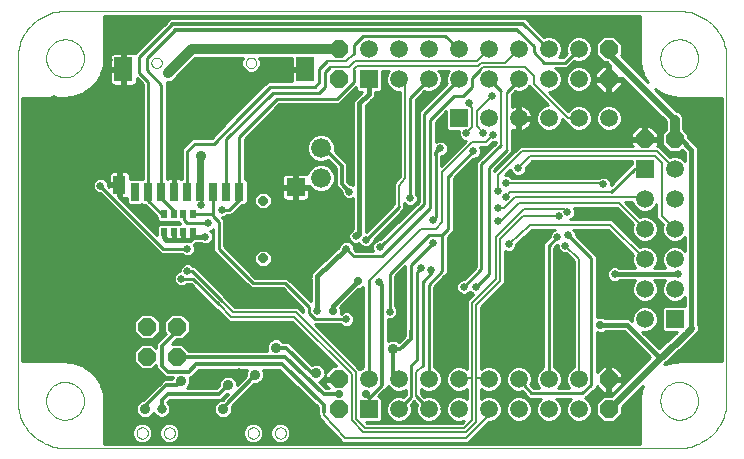
<source format=gbl>
G75*
%MOIN*%
%OFA0B0*%
%FSLAX24Y24*%
%IPPOS*%
%LPD*%
%AMOC8*
5,1,8,0,0,1.08239X$1,22.5*
%
%ADD10OC8,0.0600*%
%ADD11OC8,0.0320*%
%ADD12R,0.0591X0.0591*%
%ADD13C,0.0591*%
%ADD14C,0.0000*%
%ADD15C,0.0660*%
%ADD16OC8,0.0591*%
%ADD17R,0.0300X0.0600*%
%ADD18R,0.0400X0.0600*%
%ADD19R,0.0600X0.0800*%
%ADD20R,0.0600X0.0600*%
%ADD21R,0.0200X0.0300*%
%ADD22C,0.0280*%
%ADD23C,0.0160*%
%ADD24C,0.0240*%
%ADD25C,0.0317*%
%ADD26C,0.0320*%
%ADD27C,0.0356*%
%ADD28C,0.0120*%
%ADD29C,0.0250*%
%ADD30C,0.0100*%
%ADD31C,0.0320*%
%ADD32C,0.0080*%
%ADD33C,0.0090*%
%ADD34C,0.0277*%
D10*
X015087Y004716D03*
X015087Y005716D03*
X024087Y005716D03*
X024088Y004718D03*
X025287Y013716D03*
X026287Y013716D03*
X024087Y015716D03*
X024087Y016716D03*
X015087Y016716D03*
X015087Y015716D03*
D11*
X012556Y011660D03*
X012556Y009738D03*
D12*
X019087Y014416D03*
X016087Y015716D03*
X025287Y012716D03*
X026287Y007716D03*
X016087Y004716D03*
D13*
X017087Y004716D03*
X018087Y004716D03*
X019087Y004716D03*
X020087Y004716D03*
X021087Y004716D03*
X022087Y004716D03*
X023087Y004716D03*
X023087Y005716D03*
X022087Y005716D03*
X021087Y005716D03*
X020087Y005716D03*
X019087Y005716D03*
X018087Y005716D03*
X017087Y005716D03*
X016087Y005716D03*
X025287Y007716D03*
X025287Y008716D03*
X026287Y008716D03*
X026287Y009716D03*
X025287Y009716D03*
X025287Y010716D03*
X026287Y010716D03*
X026287Y011716D03*
X025287Y011716D03*
X026287Y012716D03*
X024087Y014416D03*
X023087Y014416D03*
X022087Y014416D03*
X021087Y014416D03*
X020087Y014416D03*
X020087Y015716D03*
X021087Y015716D03*
X022087Y015716D03*
X023087Y015716D03*
X023087Y016716D03*
X022087Y016716D03*
X021087Y016716D03*
X020087Y016716D03*
X019087Y016716D03*
X018087Y016716D03*
X017087Y016716D03*
X016087Y016716D03*
X017087Y015716D03*
X018087Y015716D03*
X019087Y015716D03*
D14*
X026434Y003416D02*
X005961Y003416D01*
X005331Y004990D02*
X005333Y005040D01*
X005339Y005090D01*
X005349Y005139D01*
X005363Y005187D01*
X005380Y005234D01*
X005401Y005279D01*
X005426Y005323D01*
X005454Y005364D01*
X005486Y005403D01*
X005520Y005440D01*
X005557Y005474D01*
X005597Y005504D01*
X005639Y005531D01*
X005683Y005555D01*
X005729Y005576D01*
X005776Y005592D01*
X005824Y005605D01*
X005874Y005614D01*
X005923Y005619D01*
X005974Y005620D01*
X006024Y005617D01*
X006073Y005610D01*
X006122Y005599D01*
X006170Y005584D01*
X006216Y005566D01*
X006261Y005544D01*
X006304Y005518D01*
X006345Y005489D01*
X006384Y005457D01*
X006420Y005422D01*
X006452Y005384D01*
X006482Y005344D01*
X006509Y005301D01*
X006532Y005257D01*
X006551Y005211D01*
X006567Y005163D01*
X006579Y005114D01*
X006587Y005065D01*
X006591Y005015D01*
X006591Y004965D01*
X006587Y004915D01*
X006579Y004866D01*
X006567Y004817D01*
X006551Y004769D01*
X006532Y004723D01*
X006509Y004679D01*
X006482Y004636D01*
X006452Y004596D01*
X006420Y004558D01*
X006384Y004523D01*
X006345Y004491D01*
X006304Y004462D01*
X006261Y004436D01*
X006216Y004414D01*
X006170Y004396D01*
X006122Y004381D01*
X006073Y004370D01*
X006024Y004363D01*
X005974Y004360D01*
X005923Y004361D01*
X005874Y004366D01*
X005824Y004375D01*
X005776Y004388D01*
X005729Y004404D01*
X005683Y004425D01*
X005639Y004449D01*
X005597Y004476D01*
X005557Y004506D01*
X005520Y004540D01*
X005486Y004577D01*
X005454Y004616D01*
X005426Y004657D01*
X005401Y004701D01*
X005380Y004746D01*
X005363Y004793D01*
X005349Y004841D01*
X005339Y004890D01*
X005333Y004940D01*
X005331Y004990D01*
X004386Y004990D02*
X004388Y004913D01*
X004394Y004836D01*
X004403Y004759D01*
X004416Y004683D01*
X004433Y004607D01*
X004454Y004533D01*
X004478Y004459D01*
X004506Y004387D01*
X004537Y004317D01*
X004572Y004248D01*
X004610Y004180D01*
X004651Y004115D01*
X004696Y004052D01*
X004744Y003991D01*
X004794Y003932D01*
X004847Y003876D01*
X004903Y003823D01*
X004962Y003773D01*
X005023Y003725D01*
X005086Y003680D01*
X005151Y003639D01*
X005219Y003601D01*
X005288Y003566D01*
X005358Y003535D01*
X005430Y003507D01*
X005504Y003483D01*
X005578Y003462D01*
X005654Y003445D01*
X005730Y003432D01*
X005807Y003423D01*
X005884Y003417D01*
X005961Y003415D01*
X005884Y003417D01*
X005807Y003423D01*
X005730Y003432D01*
X005654Y003445D01*
X005578Y003462D01*
X005504Y003483D01*
X005430Y003507D01*
X005358Y003535D01*
X005288Y003566D01*
X005219Y003601D01*
X005151Y003639D01*
X005086Y003680D01*
X005023Y003725D01*
X004962Y003773D01*
X004903Y003823D01*
X004847Y003876D01*
X004794Y003932D01*
X004744Y003991D01*
X004696Y004052D01*
X004651Y004115D01*
X004610Y004180D01*
X004572Y004248D01*
X004537Y004317D01*
X004506Y004387D01*
X004478Y004459D01*
X004454Y004533D01*
X004433Y004607D01*
X004416Y004683D01*
X004403Y004759D01*
X004394Y004836D01*
X004388Y004913D01*
X004386Y004990D01*
X004387Y004990D02*
X004387Y016408D01*
X005331Y016408D02*
X005333Y016458D01*
X005339Y016508D01*
X005349Y016557D01*
X005363Y016605D01*
X005380Y016652D01*
X005401Y016697D01*
X005426Y016741D01*
X005454Y016782D01*
X005486Y016821D01*
X005520Y016858D01*
X005557Y016892D01*
X005597Y016922D01*
X005639Y016949D01*
X005683Y016973D01*
X005729Y016994D01*
X005776Y017010D01*
X005824Y017023D01*
X005874Y017032D01*
X005923Y017037D01*
X005974Y017038D01*
X006024Y017035D01*
X006073Y017028D01*
X006122Y017017D01*
X006170Y017002D01*
X006216Y016984D01*
X006261Y016962D01*
X006304Y016936D01*
X006345Y016907D01*
X006384Y016875D01*
X006420Y016840D01*
X006452Y016802D01*
X006482Y016762D01*
X006509Y016719D01*
X006532Y016675D01*
X006551Y016629D01*
X006567Y016581D01*
X006579Y016532D01*
X006587Y016483D01*
X006591Y016433D01*
X006591Y016383D01*
X006587Y016333D01*
X006579Y016284D01*
X006567Y016235D01*
X006551Y016187D01*
X006532Y016141D01*
X006509Y016097D01*
X006482Y016054D01*
X006452Y016014D01*
X006420Y015976D01*
X006384Y015941D01*
X006345Y015909D01*
X006304Y015880D01*
X006261Y015854D01*
X006216Y015832D01*
X006170Y015814D01*
X006122Y015799D01*
X006073Y015788D01*
X006024Y015781D01*
X005974Y015778D01*
X005923Y015779D01*
X005874Y015784D01*
X005824Y015793D01*
X005776Y015806D01*
X005729Y015822D01*
X005683Y015843D01*
X005639Y015867D01*
X005597Y015894D01*
X005557Y015924D01*
X005520Y015958D01*
X005486Y015995D01*
X005454Y016034D01*
X005426Y016075D01*
X005401Y016119D01*
X005380Y016164D01*
X005363Y016211D01*
X005349Y016259D01*
X005339Y016308D01*
X005333Y016358D01*
X005331Y016408D01*
X004386Y016408D02*
X004388Y016485D01*
X004394Y016562D01*
X004403Y016639D01*
X004416Y016715D01*
X004433Y016791D01*
X004454Y016865D01*
X004478Y016939D01*
X004506Y017011D01*
X004537Y017081D01*
X004572Y017150D01*
X004610Y017218D01*
X004651Y017283D01*
X004696Y017346D01*
X004744Y017407D01*
X004794Y017466D01*
X004847Y017522D01*
X004903Y017575D01*
X004962Y017625D01*
X005023Y017673D01*
X005086Y017718D01*
X005151Y017759D01*
X005219Y017797D01*
X005288Y017832D01*
X005358Y017863D01*
X005430Y017891D01*
X005504Y017915D01*
X005578Y017936D01*
X005654Y017953D01*
X005730Y017966D01*
X005807Y017975D01*
X005884Y017981D01*
X005961Y017983D01*
X026434Y017983D01*
X025804Y016408D02*
X025806Y016458D01*
X025812Y016508D01*
X025822Y016557D01*
X025836Y016605D01*
X025853Y016652D01*
X025874Y016697D01*
X025899Y016741D01*
X025927Y016782D01*
X025959Y016821D01*
X025993Y016858D01*
X026030Y016892D01*
X026070Y016922D01*
X026112Y016949D01*
X026156Y016973D01*
X026202Y016994D01*
X026249Y017010D01*
X026297Y017023D01*
X026347Y017032D01*
X026396Y017037D01*
X026447Y017038D01*
X026497Y017035D01*
X026546Y017028D01*
X026595Y017017D01*
X026643Y017002D01*
X026689Y016984D01*
X026734Y016962D01*
X026777Y016936D01*
X026818Y016907D01*
X026857Y016875D01*
X026893Y016840D01*
X026925Y016802D01*
X026955Y016762D01*
X026982Y016719D01*
X027005Y016675D01*
X027024Y016629D01*
X027040Y016581D01*
X027052Y016532D01*
X027060Y016483D01*
X027064Y016433D01*
X027064Y016383D01*
X027060Y016333D01*
X027052Y016284D01*
X027040Y016235D01*
X027024Y016187D01*
X027005Y016141D01*
X026982Y016097D01*
X026955Y016054D01*
X026925Y016014D01*
X026893Y015976D01*
X026857Y015941D01*
X026818Y015909D01*
X026777Y015880D01*
X026734Y015854D01*
X026689Y015832D01*
X026643Y015814D01*
X026595Y015799D01*
X026546Y015788D01*
X026497Y015781D01*
X026447Y015778D01*
X026396Y015779D01*
X026347Y015784D01*
X026297Y015793D01*
X026249Y015806D01*
X026202Y015822D01*
X026156Y015843D01*
X026112Y015867D01*
X026070Y015894D01*
X026030Y015924D01*
X025993Y015958D01*
X025959Y015995D01*
X025927Y016034D01*
X025899Y016075D01*
X025874Y016119D01*
X025853Y016164D01*
X025836Y016211D01*
X025822Y016259D01*
X025812Y016308D01*
X025806Y016358D01*
X025804Y016408D01*
X026434Y017983D02*
X026511Y017981D01*
X026588Y017975D01*
X026665Y017966D01*
X026741Y017953D01*
X026817Y017936D01*
X026891Y017915D01*
X026965Y017891D01*
X027037Y017863D01*
X027107Y017832D01*
X027176Y017797D01*
X027244Y017759D01*
X027309Y017718D01*
X027372Y017673D01*
X027433Y017625D01*
X027492Y017575D01*
X027548Y017522D01*
X027601Y017466D01*
X027651Y017407D01*
X027699Y017346D01*
X027744Y017283D01*
X027785Y017218D01*
X027823Y017150D01*
X027858Y017081D01*
X027889Y017011D01*
X027917Y016939D01*
X027941Y016865D01*
X027962Y016791D01*
X027979Y016715D01*
X027992Y016639D01*
X028001Y016562D01*
X028007Y016485D01*
X028009Y016408D01*
X028009Y004990D01*
X025804Y004990D02*
X025806Y005040D01*
X025812Y005090D01*
X025822Y005139D01*
X025836Y005187D01*
X025853Y005234D01*
X025874Y005279D01*
X025899Y005323D01*
X025927Y005364D01*
X025959Y005403D01*
X025993Y005440D01*
X026030Y005474D01*
X026070Y005504D01*
X026112Y005531D01*
X026156Y005555D01*
X026202Y005576D01*
X026249Y005592D01*
X026297Y005605D01*
X026347Y005614D01*
X026396Y005619D01*
X026447Y005620D01*
X026497Y005617D01*
X026546Y005610D01*
X026595Y005599D01*
X026643Y005584D01*
X026689Y005566D01*
X026734Y005544D01*
X026777Y005518D01*
X026818Y005489D01*
X026857Y005457D01*
X026893Y005422D01*
X026925Y005384D01*
X026955Y005344D01*
X026982Y005301D01*
X027005Y005257D01*
X027024Y005211D01*
X027040Y005163D01*
X027052Y005114D01*
X027060Y005065D01*
X027064Y005015D01*
X027064Y004965D01*
X027060Y004915D01*
X027052Y004866D01*
X027040Y004817D01*
X027024Y004769D01*
X027005Y004723D01*
X026982Y004679D01*
X026955Y004636D01*
X026925Y004596D01*
X026893Y004558D01*
X026857Y004523D01*
X026818Y004491D01*
X026777Y004462D01*
X026734Y004436D01*
X026689Y004414D01*
X026643Y004396D01*
X026595Y004381D01*
X026546Y004370D01*
X026497Y004363D01*
X026447Y004360D01*
X026396Y004361D01*
X026347Y004366D01*
X026297Y004375D01*
X026249Y004388D01*
X026202Y004404D01*
X026156Y004425D01*
X026112Y004449D01*
X026070Y004476D01*
X026030Y004506D01*
X025993Y004540D01*
X025959Y004577D01*
X025927Y004616D01*
X025899Y004657D01*
X025874Y004701D01*
X025853Y004746D01*
X025836Y004793D01*
X025822Y004841D01*
X025812Y004890D01*
X025806Y004940D01*
X025804Y004990D01*
X026434Y003415D02*
X026511Y003417D01*
X026588Y003423D01*
X026665Y003432D01*
X026741Y003445D01*
X026817Y003462D01*
X026891Y003483D01*
X026965Y003507D01*
X027037Y003535D01*
X027107Y003566D01*
X027176Y003601D01*
X027244Y003639D01*
X027309Y003680D01*
X027372Y003725D01*
X027433Y003773D01*
X027492Y003823D01*
X027548Y003876D01*
X027601Y003932D01*
X027651Y003991D01*
X027699Y004052D01*
X027744Y004115D01*
X027785Y004180D01*
X027823Y004248D01*
X027858Y004317D01*
X027889Y004387D01*
X027917Y004459D01*
X027941Y004533D01*
X027962Y004607D01*
X027979Y004683D01*
X027992Y004759D01*
X028001Y004836D01*
X028007Y004913D01*
X028009Y004990D01*
X028007Y004913D01*
X028001Y004836D01*
X027992Y004759D01*
X027979Y004683D01*
X027962Y004607D01*
X027941Y004533D01*
X027917Y004459D01*
X027889Y004387D01*
X027858Y004317D01*
X027823Y004248D01*
X027785Y004180D01*
X027744Y004115D01*
X027699Y004052D01*
X027651Y003991D01*
X027601Y003932D01*
X027548Y003876D01*
X027492Y003823D01*
X027433Y003773D01*
X027372Y003725D01*
X027309Y003680D01*
X027244Y003639D01*
X027176Y003601D01*
X027107Y003566D01*
X027037Y003535D01*
X026965Y003507D01*
X026891Y003483D01*
X026817Y003462D01*
X026741Y003445D01*
X026665Y003432D01*
X026588Y003423D01*
X026511Y003417D01*
X026434Y003415D01*
X012952Y003916D02*
X012954Y003943D01*
X012960Y003969D01*
X012969Y003994D01*
X012982Y004017D01*
X012998Y004038D01*
X013017Y004057D01*
X013038Y004073D01*
X013061Y004086D01*
X013086Y004095D01*
X013112Y004101D01*
X013139Y004103D01*
X013166Y004101D01*
X013192Y004095D01*
X013217Y004086D01*
X013240Y004073D01*
X013261Y004057D01*
X013280Y004038D01*
X013296Y004017D01*
X013309Y003994D01*
X013318Y003969D01*
X013324Y003943D01*
X013326Y003916D01*
X013324Y003889D01*
X013318Y003863D01*
X013309Y003838D01*
X013296Y003815D01*
X013280Y003794D01*
X013261Y003775D01*
X013240Y003759D01*
X013217Y003746D01*
X013192Y003737D01*
X013166Y003731D01*
X013139Y003729D01*
X013112Y003731D01*
X013086Y003737D01*
X013061Y003746D01*
X013038Y003759D01*
X013017Y003775D01*
X012998Y003794D01*
X012982Y003815D01*
X012969Y003838D01*
X012960Y003863D01*
X012954Y003889D01*
X012952Y003916D01*
X012047Y003916D02*
X012049Y003943D01*
X012055Y003969D01*
X012064Y003994D01*
X012077Y004017D01*
X012093Y004038D01*
X012112Y004057D01*
X012133Y004073D01*
X012156Y004086D01*
X012181Y004095D01*
X012207Y004101D01*
X012234Y004103D01*
X012261Y004101D01*
X012287Y004095D01*
X012312Y004086D01*
X012335Y004073D01*
X012356Y004057D01*
X012375Y004038D01*
X012391Y004017D01*
X012404Y003994D01*
X012413Y003969D01*
X012419Y003943D01*
X012421Y003916D01*
X012419Y003889D01*
X012413Y003863D01*
X012404Y003838D01*
X012391Y003815D01*
X012375Y003794D01*
X012356Y003775D01*
X012335Y003759D01*
X012312Y003746D01*
X012287Y003737D01*
X012261Y003731D01*
X012234Y003729D01*
X012207Y003731D01*
X012181Y003737D01*
X012156Y003746D01*
X012133Y003759D01*
X012112Y003775D01*
X012093Y003794D01*
X012077Y003815D01*
X012064Y003838D01*
X012055Y003863D01*
X012049Y003889D01*
X012047Y003916D01*
X009252Y003916D02*
X009254Y003943D01*
X009260Y003969D01*
X009269Y003994D01*
X009282Y004017D01*
X009298Y004038D01*
X009317Y004057D01*
X009338Y004073D01*
X009361Y004086D01*
X009386Y004095D01*
X009412Y004101D01*
X009439Y004103D01*
X009466Y004101D01*
X009492Y004095D01*
X009517Y004086D01*
X009540Y004073D01*
X009561Y004057D01*
X009580Y004038D01*
X009596Y004017D01*
X009609Y003994D01*
X009618Y003969D01*
X009624Y003943D01*
X009626Y003916D01*
X009624Y003889D01*
X009618Y003863D01*
X009609Y003838D01*
X009596Y003815D01*
X009580Y003794D01*
X009561Y003775D01*
X009540Y003759D01*
X009517Y003746D01*
X009492Y003737D01*
X009466Y003731D01*
X009439Y003729D01*
X009412Y003731D01*
X009386Y003737D01*
X009361Y003746D01*
X009338Y003759D01*
X009317Y003775D01*
X009298Y003794D01*
X009282Y003815D01*
X009269Y003838D01*
X009260Y003863D01*
X009254Y003889D01*
X009252Y003916D01*
X008347Y003916D02*
X008349Y003943D01*
X008355Y003969D01*
X008364Y003994D01*
X008377Y004017D01*
X008393Y004038D01*
X008412Y004057D01*
X008433Y004073D01*
X008456Y004086D01*
X008481Y004095D01*
X008507Y004101D01*
X008534Y004103D01*
X008561Y004101D01*
X008587Y004095D01*
X008612Y004086D01*
X008635Y004073D01*
X008656Y004057D01*
X008675Y004038D01*
X008691Y004017D01*
X008704Y003994D01*
X008713Y003969D01*
X008719Y003943D01*
X008721Y003916D01*
X008719Y003889D01*
X008713Y003863D01*
X008704Y003838D01*
X008691Y003815D01*
X008675Y003794D01*
X008656Y003775D01*
X008635Y003759D01*
X008612Y003746D01*
X008587Y003737D01*
X008561Y003731D01*
X008534Y003729D01*
X008507Y003731D01*
X008481Y003737D01*
X008456Y003746D01*
X008433Y003759D01*
X008412Y003775D01*
X008393Y003794D01*
X008377Y003815D01*
X008364Y003838D01*
X008355Y003863D01*
X008349Y003889D01*
X008347Y003916D01*
X008838Y016253D02*
X008840Y016279D01*
X008846Y016305D01*
X008855Y016329D01*
X008868Y016352D01*
X008885Y016372D01*
X008904Y016390D01*
X008926Y016405D01*
X008949Y016416D01*
X008974Y016424D01*
X009000Y016428D01*
X009026Y016428D01*
X009052Y016424D01*
X009077Y016416D01*
X009101Y016405D01*
X009122Y016390D01*
X009141Y016372D01*
X009158Y016352D01*
X009171Y016329D01*
X009180Y016305D01*
X009186Y016279D01*
X009188Y016253D01*
X009186Y016227D01*
X009180Y016201D01*
X009171Y016177D01*
X009158Y016154D01*
X009141Y016134D01*
X009122Y016116D01*
X009100Y016101D01*
X009077Y016090D01*
X009052Y016082D01*
X009026Y016078D01*
X009000Y016078D01*
X008974Y016082D01*
X008949Y016090D01*
X008925Y016101D01*
X008904Y016116D01*
X008885Y016134D01*
X008868Y016154D01*
X008855Y016177D01*
X008846Y016201D01*
X008840Y016227D01*
X008838Y016253D01*
X005961Y017983D02*
X005884Y017981D01*
X005807Y017975D01*
X005730Y017966D01*
X005654Y017953D01*
X005578Y017936D01*
X005504Y017915D01*
X005430Y017891D01*
X005358Y017863D01*
X005288Y017832D01*
X005219Y017797D01*
X005151Y017759D01*
X005086Y017718D01*
X005023Y017673D01*
X004962Y017625D01*
X004903Y017575D01*
X004847Y017522D01*
X004794Y017466D01*
X004744Y017407D01*
X004696Y017346D01*
X004651Y017283D01*
X004610Y017218D01*
X004572Y017150D01*
X004537Y017081D01*
X004506Y017011D01*
X004478Y016939D01*
X004454Y016865D01*
X004433Y016791D01*
X004416Y016715D01*
X004403Y016639D01*
X004394Y016562D01*
X004388Y016485D01*
X004386Y016408D01*
X011988Y016253D02*
X011990Y016279D01*
X011996Y016305D01*
X012005Y016329D01*
X012018Y016352D01*
X012035Y016372D01*
X012054Y016390D01*
X012076Y016405D01*
X012099Y016416D01*
X012124Y016424D01*
X012150Y016428D01*
X012176Y016428D01*
X012202Y016424D01*
X012227Y016416D01*
X012251Y016405D01*
X012272Y016390D01*
X012291Y016372D01*
X012308Y016352D01*
X012321Y016329D01*
X012330Y016305D01*
X012336Y016279D01*
X012338Y016253D01*
X012336Y016227D01*
X012330Y016201D01*
X012321Y016177D01*
X012308Y016154D01*
X012291Y016134D01*
X012272Y016116D01*
X012250Y016101D01*
X012227Y016090D01*
X012202Y016082D01*
X012176Y016078D01*
X012150Y016078D01*
X012124Y016082D01*
X012099Y016090D01*
X012075Y016101D01*
X012054Y016116D01*
X012035Y016134D01*
X012018Y016154D01*
X012005Y016177D01*
X011996Y016201D01*
X011990Y016227D01*
X011988Y016253D01*
X026434Y017983D02*
X026511Y017981D01*
X026588Y017975D01*
X026665Y017966D01*
X026741Y017953D01*
X026817Y017936D01*
X026891Y017915D01*
X026965Y017891D01*
X027037Y017863D01*
X027107Y017832D01*
X027176Y017797D01*
X027244Y017759D01*
X027309Y017718D01*
X027372Y017673D01*
X027433Y017625D01*
X027492Y017575D01*
X027548Y017522D01*
X027601Y017466D01*
X027651Y017407D01*
X027699Y017346D01*
X027744Y017283D01*
X027785Y017218D01*
X027823Y017150D01*
X027858Y017081D01*
X027889Y017011D01*
X027917Y016939D01*
X027941Y016865D01*
X027962Y016791D01*
X027979Y016715D01*
X027992Y016639D01*
X028001Y016562D01*
X028007Y016485D01*
X028009Y016408D01*
D15*
X014487Y013416D03*
X014487Y012416D03*
D16*
X009687Y007466D03*
X008687Y007466D03*
X008687Y006466D03*
X009687Y006466D03*
D17*
X009604Y011962D03*
X010037Y011962D03*
X010470Y011962D03*
X010903Y011962D03*
X011336Y011962D03*
X011769Y011962D03*
X009170Y011962D03*
X008737Y011962D03*
X008304Y011962D03*
D18*
X007774Y012198D03*
D19*
X007911Y016046D03*
X013974Y016046D03*
D20*
X013651Y012116D03*
D21*
X010212Y011216D03*
X009887Y011216D03*
X009587Y011216D03*
X009262Y011216D03*
X009262Y010616D03*
X009587Y010616D03*
X009887Y010616D03*
X010212Y010616D03*
D22*
X014898Y007998D03*
X015717Y008986D03*
X023801Y007524D03*
D23*
X024679Y007524D01*
X025787Y006416D01*
X026837Y007416D02*
X026837Y013366D01*
X026487Y013716D01*
X026287Y013716D01*
X026387Y009216D02*
X024287Y009216D01*
X017468Y011737D02*
X017457Y011737D01*
X015775Y010551D02*
X015666Y010470D01*
X015775Y010551D02*
X015775Y014907D01*
X016087Y015218D01*
X016087Y015716D01*
X017937Y015566D02*
X018087Y015716D01*
X010212Y010616D02*
X010187Y010591D01*
X010187Y010416D01*
X010237Y010466D01*
X010637Y010466D01*
X010187Y010416D02*
X010137Y010366D01*
X009887Y010366D01*
X009887Y010616D01*
X009887Y010416D01*
X009837Y010366D01*
X009587Y010366D01*
X009587Y010416D01*
X009587Y010616D01*
X009587Y010416D02*
X009537Y010366D01*
X009337Y010366D01*
X009262Y010441D01*
X009262Y010616D01*
X009604Y011962D02*
X009604Y013016D01*
X009587Y013016D01*
X014356Y009137D02*
X015335Y010066D01*
X014356Y009137D02*
X014356Y007998D01*
X014898Y007998D02*
X014898Y008167D01*
X015717Y008986D01*
D24*
X010470Y011962D02*
X010470Y013149D01*
X010487Y013166D01*
X024087Y016566D02*
X026287Y014366D01*
X026837Y007416D02*
X026687Y007266D01*
X025787Y006416D01*
X024089Y004718D01*
X024088Y004718D01*
D25*
X009187Y004716D03*
D26*
X026287Y013716D02*
X026287Y014366D01*
X024087Y016566D02*
X024087Y016716D01*
X015087Y016716D02*
X010187Y016716D01*
X009387Y015916D01*
D27*
X009387Y015916D03*
X010487Y013166D03*
X009587Y013016D03*
X006387Y011916D03*
X006387Y007696D03*
X009837Y005666D03*
X008637Y004716D03*
X011237Y004716D03*
X011387Y005516D03*
X012287Y005866D03*
X012987Y006766D03*
X014337Y005916D03*
X016887Y006716D03*
X019168Y010118D03*
X019168Y010868D03*
D28*
X016531Y008846D02*
X016431Y008946D01*
X016531Y008846D02*
X016531Y005527D01*
X016887Y005916D02*
X017087Y005716D01*
X016887Y005916D02*
X016887Y006716D01*
X017137Y006716D01*
X017487Y007066D01*
X017487Y007316D01*
X014337Y005916D02*
X014187Y005916D01*
X013337Y006766D01*
X012987Y006766D01*
X013287Y006466D02*
X009687Y006466D01*
X009637Y006466D01*
X009187Y006166D02*
X009387Y005966D01*
X010087Y005966D01*
X010337Y006216D01*
X013187Y006216D01*
X014587Y004866D01*
X014587Y004616D01*
X014587Y005216D02*
X013287Y006466D01*
X012287Y005866D02*
X011237Y004766D01*
X011237Y004716D01*
X011087Y005216D02*
X011387Y005516D01*
X011087Y005216D02*
X009387Y005216D01*
X009187Y005016D01*
X009187Y004716D01*
X008637Y004716D02*
X008637Y004816D01*
X009337Y005516D01*
X009687Y005516D01*
X009837Y005666D01*
X009187Y006166D02*
X009187Y006816D01*
X009687Y007316D01*
X009687Y007466D01*
X014587Y005216D02*
X015087Y005216D01*
X015954Y005216D02*
X016087Y005083D01*
X015987Y005216D02*
X015954Y005216D01*
X015437Y011966D02*
X015187Y012216D01*
X015187Y012816D01*
X014587Y013416D01*
X014487Y013416D01*
X018317Y013259D02*
X018468Y013411D01*
X018317Y013259D02*
X018317Y013176D01*
X021037Y017366D02*
X009637Y017366D01*
X009537Y017566D02*
X021237Y017566D01*
D29*
X020187Y015166D03*
X019437Y014916D03*
X019337Y013916D03*
X019907Y013926D03*
X020242Y013866D03*
X019571Y013316D03*
X018468Y013411D03*
X020646Y012254D03*
X020382Y011991D03*
X020646Y011794D03*
X020382Y011420D03*
X020382Y010974D03*
X020755Y010216D03*
X022378Y010455D03*
X022730Y010509D03*
X022641Y010161D03*
X023482Y010569D03*
X023737Y009966D03*
X024287Y009216D03*
X023887Y008116D03*
X024257Y007156D03*
X026387Y009216D03*
X023887Y011266D03*
X022707Y011275D03*
X022417Y011146D03*
X023906Y012206D03*
X021064Y012736D03*
X018220Y011030D03*
X018219Y010240D03*
X018160Y009363D03*
X017815Y009421D03*
X019256Y008786D03*
X019661Y008786D03*
X021137Y008166D03*
X020387Y007666D03*
X018587Y006016D03*
X018587Y004716D03*
X020087Y003666D03*
X015337Y007716D03*
X014356Y007998D03*
X016431Y008946D03*
X016787Y007966D03*
X015335Y010066D03*
X015666Y010470D03*
X015991Y010357D03*
X016457Y010117D03*
X017457Y011737D03*
X015437Y011966D03*
X011387Y010966D03*
X011187Y011366D03*
X010737Y010916D03*
X010637Y010466D03*
X010037Y010066D03*
X010037Y009316D03*
X009837Y009066D03*
X008987Y009866D03*
X010487Y011516D03*
X007137Y012166D03*
X022417Y009496D03*
D30*
X022267Y009523D02*
X022917Y009523D01*
X022917Y009621D02*
X022267Y009621D01*
X022267Y009720D02*
X022842Y009720D01*
X022917Y009645D02*
X022655Y009906D01*
X022590Y009906D01*
X022496Y009945D01*
X022425Y010016D01*
X022386Y010110D01*
X022386Y010200D01*
X022378Y010200D01*
X022267Y010089D01*
X022267Y006101D01*
X022328Y006076D01*
X022447Y005957D01*
X022512Y005800D01*
X022512Y005631D01*
X022447Y005475D01*
X022398Y005426D01*
X022775Y005426D01*
X022726Y005475D01*
X022661Y005631D01*
X022661Y005800D01*
X022726Y005957D01*
X022846Y006076D01*
X022917Y006106D01*
X022917Y009645D01*
X022917Y009424D02*
X022267Y009424D01*
X022267Y009326D02*
X022917Y009326D01*
X022917Y009227D02*
X022267Y009227D01*
X022267Y009129D02*
X022917Y009129D01*
X022917Y009030D02*
X022267Y009030D01*
X022267Y008932D02*
X022917Y008932D01*
X022917Y008833D02*
X022267Y008833D01*
X022267Y008735D02*
X022917Y008735D01*
X022917Y008636D02*
X022267Y008636D01*
X022267Y008538D02*
X022917Y008538D01*
X022917Y008439D02*
X022267Y008439D01*
X022267Y008341D02*
X022917Y008341D01*
X022917Y008242D02*
X022267Y008242D01*
X022267Y008144D02*
X022917Y008144D01*
X022917Y008045D02*
X022267Y008045D01*
X022267Y007947D02*
X022917Y007947D01*
X022917Y007848D02*
X022267Y007848D01*
X022267Y007750D02*
X022917Y007750D01*
X022917Y007651D02*
X022267Y007651D01*
X022267Y007553D02*
X022917Y007553D01*
X022917Y007454D02*
X022267Y007454D01*
X022267Y007356D02*
X022917Y007356D01*
X022917Y007257D02*
X022267Y007257D01*
X022267Y007159D02*
X022917Y007159D01*
X022917Y007060D02*
X022267Y007060D01*
X022267Y006962D02*
X022917Y006962D01*
X022917Y006863D02*
X022267Y006863D01*
X022267Y006765D02*
X022917Y006765D01*
X022917Y006666D02*
X022267Y006666D01*
X022267Y006568D02*
X022917Y006568D01*
X022917Y006469D02*
X022267Y006469D01*
X022267Y006371D02*
X022917Y006371D01*
X022917Y006272D02*
X022267Y006272D01*
X022267Y006174D02*
X022917Y006174D01*
X022845Y006075D02*
X022329Y006075D01*
X022427Y005977D02*
X022746Y005977D01*
X022694Y005878D02*
X022480Y005878D01*
X022512Y005780D02*
X022661Y005780D01*
X022661Y005681D02*
X022512Y005681D01*
X022492Y005583D02*
X022681Y005583D01*
X022722Y005484D02*
X022451Y005484D01*
X022087Y005716D02*
X022087Y010163D01*
X022378Y010455D01*
X022123Y010455D02*
X022123Y010506D01*
X022162Y010600D01*
X022234Y010671D01*
X022293Y010696D01*
X021520Y010696D01*
X021010Y010221D01*
X021010Y010165D01*
X020971Y010071D01*
X020899Y009999D01*
X020806Y009961D01*
X020704Y009961D01*
X020627Y009993D01*
X020627Y008916D01*
X020527Y008817D01*
X020527Y008817D01*
X019827Y008116D01*
X019827Y006057D01*
X019846Y006076D01*
X020002Y006141D01*
X020171Y006141D01*
X020328Y006076D01*
X020447Y005957D01*
X020512Y005800D01*
X020512Y005631D01*
X020447Y005475D01*
X020328Y005355D01*
X020171Y005290D01*
X020002Y005290D01*
X019846Y005355D01*
X019827Y005374D01*
X019827Y005057D01*
X019846Y005076D01*
X020002Y005141D01*
X020171Y005141D01*
X020328Y005076D01*
X020447Y004957D01*
X020512Y004800D01*
X020512Y004631D01*
X020447Y004475D01*
X020328Y004355D01*
X020171Y004290D01*
X020102Y004290D01*
X019407Y003596D01*
X015354Y003596D01*
X015351Y003593D01*
X015284Y003596D01*
X015216Y003596D01*
X015214Y003598D01*
X015210Y003598D01*
X015164Y003647D01*
X015117Y003695D01*
X015117Y003699D01*
X014464Y004397D01*
X014417Y004445D01*
X014417Y004449D01*
X014414Y004451D01*
X014417Y004517D01*
X014397Y004537D01*
X014397Y004785D01*
X013110Y006026D01*
X012554Y006026D01*
X012595Y005927D01*
X012595Y005804D01*
X012548Y005691D01*
X012461Y005604D01*
X012348Y005558D01*
X012255Y005558D01*
X011534Y004802D01*
X011545Y004777D01*
X011545Y004654D01*
X011498Y004541D01*
X011411Y004454D01*
X011298Y004408D01*
X011175Y004408D01*
X011062Y004454D01*
X010975Y004541D01*
X010929Y004654D01*
X010929Y004777D01*
X010975Y004890D01*
X011062Y004977D01*
X011175Y005024D01*
X011220Y005024D01*
X011396Y005208D01*
X011347Y005208D01*
X011165Y005026D01*
X009465Y005026D01*
X009377Y004937D01*
X009377Y004934D01*
X009431Y004879D01*
X009475Y004773D01*
X009475Y004658D01*
X009431Y004552D01*
X009350Y004471D01*
X009244Y004427D01*
X009129Y004427D01*
X009023Y004471D01*
X008942Y004552D01*
X008922Y004600D01*
X008898Y004541D01*
X008811Y004454D01*
X008698Y004408D01*
X008575Y004408D01*
X008462Y004454D01*
X008375Y004541D01*
X008329Y004654D01*
X008329Y004777D01*
X008375Y004890D01*
X008462Y004977D01*
X008575Y005024D01*
X008576Y005024D01*
X009147Y005594D01*
X009258Y005706D01*
X009529Y005706D01*
X009529Y005727D01*
X009549Y005776D01*
X009308Y005776D01*
X009197Y005887D01*
X008997Y006087D01*
X008997Y006174D01*
X008863Y006040D01*
X008510Y006040D01*
X008261Y006289D01*
X008261Y006642D01*
X008510Y006891D01*
X008863Y006891D01*
X008997Y006757D01*
X008997Y006894D01*
X009108Y007006D01*
X009327Y007224D01*
X009261Y007289D01*
X009261Y007642D01*
X009510Y007891D01*
X009863Y007891D01*
X010112Y007642D01*
X010112Y007289D01*
X009863Y007040D01*
X009680Y007040D01*
X009531Y006891D01*
X009863Y006891D01*
X010098Y006656D01*
X012699Y006656D01*
X012679Y006704D01*
X012679Y006827D01*
X012725Y006940D01*
X012812Y007027D01*
X012925Y007074D01*
X013048Y007074D01*
X013161Y007027D01*
X013232Y006956D01*
X013415Y006956D01*
X014185Y006186D01*
X014275Y006224D01*
X014398Y006224D01*
X014511Y006177D01*
X014598Y006090D01*
X014645Y005977D01*
X014645Y005910D01*
X014900Y006166D01*
X014997Y006166D01*
X013537Y007626D01*
X011437Y007626D01*
X011034Y008029D01*
X011005Y008029D01*
X010149Y008886D01*
X010017Y008886D01*
X009981Y008849D01*
X009887Y008811D01*
X009786Y008811D01*
X009692Y008849D01*
X009620Y008921D01*
X009582Y009015D01*
X009582Y009116D01*
X009620Y009210D01*
X009692Y009282D01*
X009782Y009319D01*
X009782Y009366D01*
X009820Y009460D01*
X009892Y009532D01*
X009986Y009571D01*
X010087Y009571D01*
X010181Y009532D01*
X010217Y009496D01*
X010274Y009496D01*
X010380Y009390D01*
X011373Y008397D01*
X011373Y008368D01*
X011636Y008106D01*
X013736Y008106D01*
X013836Y008006D01*
X013907Y007935D01*
X013907Y008041D01*
X013212Y008736D01*
X012311Y008736D01*
X012162Y008736D01*
X010907Y009991D01*
X010907Y010725D01*
X010881Y010699D01*
X010798Y010665D01*
X010853Y010610D01*
X010892Y010516D01*
X010892Y010415D01*
X010853Y010321D01*
X010781Y010249D01*
X010687Y010211D01*
X010586Y010211D01*
X010492Y010249D01*
X010486Y010256D01*
X010324Y010256D01*
X010274Y010206D01*
X010274Y010206D01*
X010260Y010192D01*
X010292Y010116D01*
X010292Y010015D01*
X010253Y009921D01*
X010181Y009849D01*
X010087Y009811D01*
X009986Y009811D01*
X009892Y009849D01*
X009856Y009886D01*
X009162Y009886D01*
X009057Y009991D01*
X007137Y011911D01*
X007086Y011911D01*
X006992Y011949D01*
X006920Y012021D01*
X006882Y012115D01*
X006882Y012216D01*
X006920Y012310D01*
X006992Y012382D01*
X007086Y012421D01*
X007187Y012421D01*
X007281Y012382D01*
X007353Y012310D01*
X007392Y012216D01*
X007392Y012165D01*
X007424Y012132D01*
X007424Y012148D01*
X007724Y012148D01*
X007724Y012248D01*
X007424Y012248D01*
X007424Y012518D01*
X007435Y012556D01*
X007454Y012590D01*
X007482Y012618D01*
X007517Y012638D01*
X007555Y012648D01*
X007724Y012648D01*
X007724Y012248D01*
X007824Y012248D01*
X007824Y012648D01*
X007994Y012648D01*
X008032Y012638D01*
X008067Y012618D01*
X008094Y012590D01*
X008114Y012556D01*
X008124Y012518D01*
X008124Y012392D01*
X008508Y012392D01*
X008521Y012379D01*
X008534Y012392D01*
X008557Y012392D01*
X008557Y015540D01*
X008361Y015737D01*
X008361Y015626D01*
X008350Y015588D01*
X008331Y015553D01*
X008303Y015526D01*
X008269Y015506D01*
X008230Y015496D01*
X007961Y015496D01*
X007961Y015996D01*
X007861Y015996D01*
X007461Y015996D01*
X007461Y015626D01*
X007471Y015588D01*
X007491Y015553D01*
X007519Y015526D01*
X007553Y015506D01*
X007591Y015496D01*
X007861Y015496D01*
X007861Y015996D01*
X007861Y016096D01*
X007861Y016596D01*
X007591Y016596D01*
X007553Y016585D01*
X007519Y016566D01*
X007491Y016538D01*
X007471Y016503D01*
X007461Y016465D01*
X007461Y016096D01*
X007861Y016096D01*
X007961Y016096D01*
X007961Y016596D01*
X008230Y016596D01*
X008269Y016585D01*
X008290Y016573D01*
X009347Y017630D01*
X009347Y017644D01*
X009458Y017756D01*
X021315Y017756D01*
X021427Y017644D01*
X021427Y017630D01*
X021941Y017116D01*
X022002Y017141D01*
X022171Y017141D01*
X022328Y017076D01*
X022447Y016957D01*
X022512Y016800D01*
X022512Y016631D01*
X022447Y016475D01*
X022418Y016446D01*
X022562Y016446D01*
X022687Y016570D01*
X022661Y016631D01*
X022661Y016800D01*
X022726Y016957D01*
X022846Y017076D01*
X023002Y017141D01*
X023171Y017141D01*
X023328Y017076D01*
X023447Y016957D01*
X023512Y016800D01*
X023512Y016631D01*
X023447Y016475D01*
X023328Y016355D01*
X023171Y016290D01*
X023002Y016290D01*
X022941Y016316D01*
X022711Y016086D01*
X022305Y016086D01*
X022328Y016076D01*
X022447Y015957D01*
X022512Y015800D01*
X022512Y015631D01*
X022447Y015475D01*
X022328Y015355D01*
X022171Y015290D01*
X022102Y015290D01*
X022731Y014662D01*
X022846Y014776D01*
X023002Y014841D01*
X023171Y014841D01*
X023328Y014776D01*
X023447Y014657D01*
X023512Y014500D01*
X023512Y014331D01*
X023447Y014175D01*
X023328Y014055D01*
X023171Y013990D01*
X023002Y013990D01*
X022846Y014055D01*
X022726Y014175D01*
X022697Y014246D01*
X022666Y014246D01*
X022567Y014345D01*
X022567Y014345D01*
X022512Y014400D01*
X022512Y014331D01*
X022447Y014175D01*
X022328Y014055D01*
X022171Y013990D01*
X022002Y013990D01*
X021846Y014055D01*
X021726Y014175D01*
X021661Y014331D01*
X021661Y014500D01*
X021726Y014657D01*
X021846Y014776D01*
X022002Y014841D01*
X022071Y014841D01*
X021516Y015396D01*
X021442Y015470D01*
X021328Y015355D01*
X021171Y015290D01*
X021002Y015290D01*
X020971Y015303D01*
X020857Y015188D01*
X020857Y014798D01*
X020916Y014828D01*
X020982Y014850D01*
X021038Y014859D01*
X021038Y014464D01*
X021135Y014464D01*
X021530Y014464D01*
X021521Y014520D01*
X021499Y014587D01*
X021467Y014649D01*
X021426Y014706D01*
X021377Y014755D01*
X021320Y014796D01*
X021258Y014828D01*
X021191Y014850D01*
X021135Y014859D01*
X021135Y014464D01*
X021135Y014367D01*
X021135Y013972D01*
X021191Y013981D01*
X021258Y014003D01*
X021320Y014035D01*
X021377Y014076D01*
X021426Y014126D01*
X021467Y014182D01*
X021499Y014245D01*
X021521Y014311D01*
X021530Y014367D01*
X021135Y014367D01*
X021038Y014367D01*
X021038Y013972D01*
X020982Y013981D01*
X020916Y014003D01*
X020857Y014033D01*
X020857Y013450D01*
X020867Y013440D01*
X020867Y013291D01*
X020267Y012691D01*
X020267Y012636D01*
X021017Y013386D01*
X021116Y013486D01*
X024880Y013486D01*
X024837Y013529D01*
X024837Y013666D01*
X025237Y013666D01*
X025237Y013766D01*
X025237Y014166D01*
X025100Y014166D01*
X024837Y013902D01*
X024837Y013766D01*
X025237Y013766D01*
X025337Y013766D01*
X025337Y014166D01*
X025473Y014166D01*
X025737Y013902D01*
X025737Y013766D01*
X025337Y013766D01*
X025337Y013666D01*
X025737Y013666D01*
X025737Y013529D01*
X025693Y013486D01*
X025757Y013486D01*
X025857Y013386D01*
X026131Y013112D01*
X026202Y013141D01*
X026371Y013141D01*
X026528Y013076D01*
X026627Y012977D01*
X026627Y013279D01*
X026542Y013363D01*
X026465Y013286D01*
X026109Y013286D01*
X025857Y013538D01*
X025857Y013894D01*
X025997Y014034D01*
X025997Y014302D01*
X024533Y015766D01*
X024137Y015766D01*
X024137Y015666D01*
X024537Y015666D01*
X024537Y015529D01*
X024273Y015266D01*
X024137Y015266D01*
X024137Y015666D01*
X024037Y015666D01*
X024037Y015266D01*
X023900Y015266D01*
X023637Y015529D01*
X023637Y015666D01*
X024037Y015666D01*
X024037Y015766D01*
X024037Y016166D01*
X023900Y016166D01*
X023637Y015902D01*
X023637Y015766D01*
X024037Y015766D01*
X024137Y015766D01*
X024137Y016162D01*
X024019Y016280D01*
X024005Y016286D01*
X023909Y016286D01*
X023657Y016538D01*
X023657Y016894D01*
X023909Y017146D01*
X024265Y017146D01*
X024517Y016894D01*
X024517Y016538D01*
X024492Y016513D01*
X025401Y015605D01*
X025362Y015657D01*
X025352Y015660D01*
X025331Y015699D01*
X025304Y015734D01*
X025305Y015745D01*
X025266Y015817D01*
X025257Y015821D01*
X025241Y015863D01*
X025220Y015902D01*
X025223Y015912D01*
X025194Y015989D01*
X025185Y015995D01*
X025176Y016038D01*
X025160Y016080D01*
X025164Y016090D01*
X025147Y016170D01*
X025139Y016177D01*
X025136Y016221D01*
X025126Y016265D01*
X025132Y016274D01*
X025127Y016350D01*
X025123Y016354D01*
X025123Y016403D01*
X025119Y016452D01*
X025123Y016456D01*
X025123Y017833D01*
X007273Y017833D01*
X007273Y016456D01*
X007276Y016452D01*
X007273Y016403D01*
X007273Y016354D01*
X007269Y016350D01*
X007263Y016274D01*
X007269Y016265D01*
X007260Y016221D01*
X007256Y016177D01*
X007248Y016170D01*
X007231Y016090D01*
X007235Y016080D01*
X007220Y016038D01*
X007210Y015995D01*
X007201Y015989D01*
X007173Y015912D01*
X007176Y015902D01*
X007154Y015863D01*
X007139Y015821D01*
X007129Y015817D01*
X007090Y015745D01*
X007091Y015734D01*
X007065Y015699D01*
X007043Y015660D01*
X007033Y015657D01*
X006984Y015591D01*
X006984Y015580D01*
X006953Y015549D01*
X006926Y015513D01*
X006915Y015512D01*
X006857Y015454D01*
X006856Y015443D01*
X006820Y015417D01*
X006789Y015385D01*
X006778Y015385D01*
X006713Y015336D01*
X006710Y015326D01*
X006670Y015304D01*
X006635Y015278D01*
X006624Y015279D01*
X006552Y015240D01*
X006548Y015230D01*
X006506Y015215D01*
X006467Y015193D01*
X006457Y015196D01*
X006380Y015168D01*
X006374Y015159D01*
X006331Y015149D01*
X006289Y015134D01*
X006280Y015138D01*
X006199Y015121D01*
X006192Y015113D01*
X006148Y015110D01*
X006105Y015100D01*
X006096Y015106D01*
X006019Y015100D01*
X006015Y015097D01*
X005966Y015097D01*
X005917Y015093D01*
X005913Y015097D01*
X004537Y015097D01*
X004537Y006302D01*
X005913Y006302D01*
X005917Y006305D01*
X005966Y006302D01*
X006015Y006302D01*
X006019Y006298D01*
X006096Y006292D01*
X006105Y006298D01*
X006148Y006289D01*
X006192Y006285D01*
X006199Y006277D01*
X006280Y006260D01*
X006289Y006264D01*
X006331Y006249D01*
X006374Y006239D01*
X006380Y006230D01*
X006457Y006202D01*
X006467Y006205D01*
X006506Y006183D01*
X006548Y006168D01*
X006552Y006158D01*
X006624Y006119D01*
X006635Y006120D01*
X006670Y006094D01*
X006710Y006072D01*
X006713Y006062D01*
X006778Y006013D01*
X006789Y006013D01*
X006820Y005982D01*
X006856Y005955D01*
X006857Y005944D01*
X006915Y005886D01*
X006926Y005885D01*
X006953Y005849D01*
X006984Y005818D01*
X006984Y005807D01*
X007033Y005742D01*
X007043Y005739D01*
X007065Y005699D01*
X007091Y005664D01*
X007090Y005653D01*
X007129Y005581D01*
X007139Y005577D01*
X007154Y005535D01*
X007176Y005496D01*
X007173Y005486D01*
X007201Y005409D01*
X007210Y005403D01*
X007220Y005360D01*
X007235Y005318D01*
X007231Y005309D01*
X007248Y005228D01*
X007256Y005221D01*
X007260Y005177D01*
X007269Y005134D01*
X007263Y005125D01*
X007269Y005048D01*
X007273Y005044D01*
X007273Y004995D01*
X007276Y004946D01*
X007273Y004942D01*
X007273Y003566D01*
X025123Y003566D01*
X025123Y004942D01*
X025119Y004946D01*
X025123Y004995D01*
X025123Y005044D01*
X025127Y005048D01*
X025132Y005125D01*
X025126Y005134D01*
X025136Y005177D01*
X025139Y005221D01*
X025147Y005228D01*
X025164Y005309D01*
X025160Y005318D01*
X025176Y005360D01*
X025185Y005403D01*
X025194Y005409D01*
X025223Y005486D01*
X025220Y005495D01*
X024518Y004793D01*
X024518Y004540D01*
X024266Y004288D01*
X023910Y004288D01*
X023658Y004540D01*
X023658Y004896D01*
X023910Y005148D01*
X024165Y005148D01*
X025461Y006444D01*
X024592Y007314D01*
X023973Y007314D01*
X023954Y007295D01*
X023855Y007254D01*
X023748Y007254D01*
X023689Y007278D01*
X023689Y005954D01*
X023900Y006166D01*
X024037Y006166D01*
X024037Y005766D01*
X024137Y005766D01*
X024137Y006166D01*
X024273Y006166D01*
X024537Y005902D01*
X024537Y005766D01*
X024137Y005766D01*
X024137Y005666D01*
X024537Y005666D01*
X024537Y005529D01*
X024273Y005266D01*
X024137Y005266D01*
X024137Y005666D01*
X024037Y005666D01*
X024037Y005266D01*
X023900Y005266D01*
X023689Y005477D01*
X023689Y005437D01*
X023683Y005431D01*
X023682Y005422D01*
X023631Y005379D01*
X023584Y005332D01*
X023575Y005332D01*
X023315Y005113D01*
X023293Y005091D01*
X023328Y005076D01*
X023447Y004957D01*
X023512Y004800D01*
X023512Y004631D01*
X023447Y004475D01*
X023328Y004355D01*
X023171Y004290D01*
X023002Y004290D01*
X022846Y004355D01*
X022726Y004475D01*
X022661Y004631D01*
X022661Y004800D01*
X022726Y004957D01*
X022835Y005066D01*
X022338Y005066D01*
X022447Y004957D01*
X022512Y004800D01*
X022512Y004631D01*
X022447Y004475D01*
X022328Y004355D01*
X022171Y004290D01*
X022002Y004290D01*
X021846Y004355D01*
X021726Y004475D01*
X021661Y004631D01*
X021661Y004800D01*
X021726Y004957D01*
X021835Y005066D01*
X021575Y005066D01*
X021571Y005062D01*
X021502Y005066D01*
X021432Y005066D01*
X021428Y005070D01*
X021422Y005070D01*
X021376Y005122D01*
X021327Y005171D01*
X021327Y005177D01*
X021211Y005307D01*
X021171Y005290D01*
X021002Y005290D01*
X020846Y005355D01*
X020726Y005475D01*
X020661Y005631D01*
X020661Y005800D01*
X020726Y005957D01*
X020846Y006076D01*
X021002Y006141D01*
X021171Y006141D01*
X021328Y006076D01*
X021447Y005957D01*
X021512Y005800D01*
X021512Y005631D01*
X021478Y005548D01*
X021587Y005426D01*
X021775Y005426D01*
X021726Y005475D01*
X021661Y005631D01*
X021661Y005800D01*
X021726Y005957D01*
X021846Y006076D01*
X021907Y006101D01*
X021907Y010238D01*
X022123Y010455D01*
X022124Y010508D02*
X021318Y010508D01*
X021424Y010606D02*
X022169Y010606D01*
X022078Y010409D02*
X021212Y010409D01*
X021106Y010311D02*
X021979Y010311D01*
X021907Y010212D02*
X021010Y010212D01*
X020989Y010114D02*
X021907Y010114D01*
X021907Y010015D02*
X020915Y010015D01*
X020627Y009917D02*
X021907Y009917D01*
X021907Y009818D02*
X020627Y009818D01*
X020627Y009720D02*
X021907Y009720D01*
X021907Y009621D02*
X020627Y009621D01*
X020627Y009523D02*
X021907Y009523D01*
X021907Y009424D02*
X020627Y009424D01*
X020627Y009326D02*
X021907Y009326D01*
X021907Y009227D02*
X020627Y009227D01*
X020627Y009129D02*
X021907Y009129D01*
X021907Y009030D02*
X020627Y009030D01*
X020627Y008932D02*
X021907Y008932D01*
X021907Y008833D02*
X020544Y008833D01*
X020445Y008735D02*
X021907Y008735D01*
X021907Y008636D02*
X020347Y008636D01*
X020248Y008538D02*
X021907Y008538D01*
X021907Y008439D02*
X020150Y008439D01*
X020051Y008341D02*
X021907Y008341D01*
X021907Y008242D02*
X019953Y008242D01*
X019854Y008144D02*
X021907Y008144D01*
X021907Y008045D02*
X019827Y008045D01*
X019827Y007947D02*
X021907Y007947D01*
X021907Y007848D02*
X019827Y007848D01*
X019827Y007750D02*
X021907Y007750D01*
X021907Y007651D02*
X019827Y007651D01*
X019827Y007553D02*
X021907Y007553D01*
X021907Y007454D02*
X019827Y007454D01*
X019827Y007356D02*
X021907Y007356D01*
X021907Y007257D02*
X019827Y007257D01*
X019827Y007159D02*
X021907Y007159D01*
X021907Y007060D02*
X019827Y007060D01*
X019827Y006962D02*
X021907Y006962D01*
X021907Y006863D02*
X019827Y006863D01*
X019827Y006765D02*
X021907Y006765D01*
X021907Y006666D02*
X019827Y006666D01*
X019827Y006568D02*
X021907Y006568D01*
X021907Y006469D02*
X019827Y006469D01*
X019827Y006371D02*
X021907Y006371D01*
X021907Y006272D02*
X019827Y006272D01*
X019827Y006174D02*
X021907Y006174D01*
X021845Y006075D02*
X021329Y006075D01*
X021427Y005977D02*
X021746Y005977D01*
X021694Y005878D02*
X021480Y005878D01*
X021512Y005780D02*
X021661Y005780D01*
X021661Y005681D02*
X021512Y005681D01*
X021492Y005583D02*
X021681Y005583D01*
X021722Y005484D02*
X021535Y005484D01*
X021507Y005246D02*
X021087Y005716D01*
X020694Y005878D02*
X020480Y005878D01*
X020512Y005780D02*
X020661Y005780D01*
X020661Y005681D02*
X020512Y005681D01*
X020492Y005583D02*
X020681Y005583D01*
X020722Y005484D02*
X020451Y005484D01*
X020358Y005386D02*
X020815Y005386D01*
X020879Y005090D02*
X020294Y005090D01*
X020412Y004992D02*
X020761Y004992D01*
X020726Y004957D02*
X020661Y004800D01*
X020661Y004631D01*
X020726Y004475D01*
X020846Y004355D01*
X021002Y004290D01*
X021171Y004290D01*
X021328Y004355D01*
X021447Y004475D01*
X021512Y004631D01*
X021512Y004800D01*
X021447Y004957D01*
X021328Y005076D01*
X021171Y005141D01*
X021002Y005141D01*
X020846Y005076D01*
X020726Y004957D01*
X020700Y004893D02*
X020473Y004893D01*
X020512Y004795D02*
X020661Y004795D01*
X020661Y004696D02*
X020512Y004696D01*
X020498Y004598D02*
X020675Y004598D01*
X020716Y004499D02*
X020457Y004499D01*
X020373Y004401D02*
X020800Y004401D01*
X020974Y004302D02*
X020200Y004302D01*
X020015Y004204D02*
X025123Y004204D01*
X025123Y004302D02*
X024280Y004302D01*
X024379Y004401D02*
X025123Y004401D01*
X025123Y004499D02*
X024477Y004499D01*
X024518Y004598D02*
X025123Y004598D01*
X025123Y004696D02*
X024518Y004696D01*
X024519Y004795D02*
X025123Y004795D01*
X025123Y004893D02*
X024618Y004893D01*
X024716Y004992D02*
X025123Y004992D01*
X025130Y005090D02*
X024815Y005090D01*
X024913Y005189D02*
X025137Y005189D01*
X025160Y005287D02*
X025012Y005287D01*
X025110Y005386D02*
X025181Y005386D01*
X025209Y005484D02*
X025222Y005484D01*
X024797Y005780D02*
X024537Y005780D01*
X024537Y005878D02*
X024896Y005878D01*
X024994Y005977D02*
X024462Y005977D01*
X024364Y006075D02*
X025093Y006075D01*
X025191Y006174D02*
X023689Y006174D01*
X023689Y006272D02*
X025290Y006272D01*
X025388Y006371D02*
X023689Y006371D01*
X023689Y006469D02*
X025436Y006469D01*
X025338Y006568D02*
X023689Y006568D01*
X023689Y006666D02*
X025239Y006666D01*
X025141Y006765D02*
X023689Y006765D01*
X023689Y006863D02*
X025042Y006863D01*
X024944Y006962D02*
X023689Y006962D01*
X023689Y007060D02*
X024845Y007060D01*
X024747Y007159D02*
X023689Y007159D01*
X023689Y007257D02*
X023739Y007257D01*
X023864Y007257D02*
X024648Y007257D01*
X024861Y007638D02*
X024766Y007734D01*
X023973Y007734D01*
X023954Y007753D01*
X023855Y007794D01*
X023748Y007794D01*
X023689Y007769D01*
X023689Y009667D01*
X023690Y009667D01*
X023689Y009741D01*
X023689Y009815D01*
X023689Y009815D01*
X023689Y009816D01*
X023636Y009868D01*
X023584Y009920D01*
X023583Y009920D01*
X022985Y010511D01*
X022985Y010560D01*
X022946Y010654D01*
X022905Y010696D01*
X024058Y010696D01*
X024888Y009865D01*
X024861Y009800D01*
X024861Y009631D01*
X024926Y009475D01*
X024975Y009426D01*
X024437Y009426D01*
X024431Y009432D01*
X024337Y009471D01*
X024236Y009471D01*
X024142Y009432D01*
X024070Y009360D01*
X024032Y009266D01*
X024032Y009165D01*
X024070Y009071D01*
X024142Y008999D01*
X024236Y008961D01*
X024337Y008961D01*
X024431Y008999D01*
X024437Y009006D01*
X024975Y009006D01*
X024926Y008957D01*
X024861Y008800D01*
X024861Y008631D01*
X024926Y008475D01*
X025046Y008355D01*
X025202Y008290D01*
X025371Y008290D01*
X025528Y008355D01*
X025647Y008475D01*
X025712Y008631D01*
X025712Y008800D01*
X025647Y008957D01*
X025598Y009006D01*
X025975Y009006D01*
X025926Y008957D01*
X025861Y008800D01*
X025861Y008631D01*
X025926Y008475D01*
X026046Y008355D01*
X026202Y008290D01*
X026371Y008290D01*
X026528Y008355D01*
X026627Y008454D01*
X026627Y008141D01*
X025937Y008141D01*
X025861Y008065D01*
X025861Y007366D01*
X025937Y007290D01*
X026349Y007290D01*
X025763Y006737D01*
X025209Y007290D01*
X025371Y007290D01*
X025528Y007355D01*
X025647Y007475D01*
X025712Y007631D01*
X025712Y007800D01*
X025647Y007957D01*
X025528Y008076D01*
X025371Y008141D01*
X025202Y008141D01*
X025046Y008076D01*
X024926Y007957D01*
X024861Y007800D01*
X024861Y007638D01*
X024861Y007651D02*
X024848Y007651D01*
X024861Y007750D02*
X023957Y007750D01*
X023689Y007848D02*
X024881Y007848D01*
X024922Y007947D02*
X023689Y007947D01*
X023689Y008045D02*
X025015Y008045D01*
X025081Y008341D02*
X023689Y008341D01*
X023689Y008439D02*
X024962Y008439D01*
X024900Y008538D02*
X023689Y008538D01*
X023689Y008636D02*
X024861Y008636D01*
X024861Y008735D02*
X023689Y008735D01*
X023689Y008833D02*
X024875Y008833D01*
X024916Y008932D02*
X023689Y008932D01*
X023689Y009030D02*
X024111Y009030D01*
X024047Y009129D02*
X023689Y009129D01*
X023689Y009227D02*
X024032Y009227D01*
X024056Y009326D02*
X023689Y009326D01*
X023689Y009424D02*
X024135Y009424D01*
X023689Y009523D02*
X024906Y009523D01*
X024865Y009621D02*
X023689Y009621D01*
X023689Y009720D02*
X024861Y009720D01*
X024869Y009818D02*
X023687Y009818D01*
X023587Y009917D02*
X024837Y009917D01*
X024739Y010015D02*
X023487Y010015D01*
X023387Y010114D02*
X024640Y010114D01*
X024542Y010212D02*
X023287Y010212D01*
X023188Y010311D02*
X024443Y010311D01*
X024345Y010409D02*
X023088Y010409D01*
X022988Y010508D02*
X024246Y010508D01*
X024148Y010606D02*
X022966Y010606D01*
X022730Y010509D02*
X023509Y009740D01*
X023509Y005512D01*
X023193Y005246D01*
X021507Y005246D01*
X021404Y005090D02*
X021294Y005090D01*
X021316Y005189D02*
X019827Y005189D01*
X019827Y005287D02*
X021228Y005287D01*
X021412Y004992D02*
X021761Y004992D01*
X021700Y004893D02*
X021473Y004893D01*
X021512Y004795D02*
X021661Y004795D01*
X021661Y004696D02*
X021512Y004696D01*
X021498Y004598D02*
X021675Y004598D01*
X021716Y004499D02*
X021457Y004499D01*
X021373Y004401D02*
X021800Y004401D01*
X021974Y004302D02*
X021200Y004302D01*
X022200Y004302D02*
X022974Y004302D01*
X022800Y004401D02*
X022373Y004401D01*
X022457Y004499D02*
X022716Y004499D01*
X022675Y004598D02*
X022498Y004598D01*
X022512Y004696D02*
X022661Y004696D01*
X022661Y004795D02*
X022512Y004795D01*
X022473Y004893D02*
X022700Y004893D01*
X022761Y004992D02*
X022412Y004992D01*
X023294Y005090D02*
X023852Y005090D01*
X023753Y004992D02*
X023412Y004992D01*
X023473Y004893D02*
X023658Y004893D01*
X023658Y004795D02*
X023512Y004795D01*
X023512Y004696D02*
X023658Y004696D01*
X023658Y004598D02*
X023498Y004598D01*
X023457Y004499D02*
X023699Y004499D01*
X023797Y004401D02*
X023373Y004401D01*
X023200Y004302D02*
X023896Y004302D01*
X024206Y005189D02*
X023405Y005189D01*
X023522Y005287D02*
X023879Y005287D01*
X023780Y005386D02*
X023639Y005386D01*
X024037Y005386D02*
X024137Y005386D01*
X024137Y005484D02*
X024037Y005484D01*
X024037Y005583D02*
X024137Y005583D01*
X024137Y005681D02*
X024699Y005681D01*
X024600Y005583D02*
X024537Y005583D01*
X024502Y005484D02*
X024492Y005484D01*
X024403Y005386D02*
X024393Y005386D01*
X024305Y005287D02*
X024295Y005287D01*
X024137Y005287D02*
X024037Y005287D01*
X024037Y005780D02*
X024137Y005780D01*
X024137Y005878D02*
X024037Y005878D01*
X024037Y005977D02*
X024137Y005977D01*
X024137Y006075D02*
X024037Y006075D01*
X023810Y006075D02*
X023689Y006075D01*
X023689Y005977D02*
X023711Y005977D01*
X025242Y007257D02*
X026314Y007257D01*
X026209Y007159D02*
X025341Y007159D01*
X025439Y007060D02*
X026105Y007060D01*
X026001Y006962D02*
X025538Y006962D01*
X025636Y006863D02*
X025896Y006863D01*
X025792Y006765D02*
X025735Y006765D01*
X026103Y006371D02*
X027859Y006371D01*
X027859Y006302D02*
X026482Y006302D01*
X026478Y006305D01*
X026429Y006302D01*
X026380Y006302D01*
X026376Y006298D01*
X026300Y006292D01*
X026291Y006298D01*
X026247Y006289D01*
X026203Y006285D01*
X026196Y006277D01*
X026116Y006260D01*
X026106Y006264D01*
X026064Y006249D01*
X026021Y006239D01*
X026015Y006230D01*
X025938Y006202D01*
X025929Y006204D01*
X025961Y006236D01*
X026825Y007052D01*
X026828Y007054D01*
X026861Y007086D01*
X026894Y007118D01*
X026896Y007121D01*
X027049Y007274D01*
X027087Y007366D01*
X027087Y007465D01*
X027049Y007557D01*
X027047Y007559D01*
X027047Y013453D01*
X026924Y013576D01*
X026924Y013576D01*
X026717Y013783D01*
X026717Y013894D01*
X026577Y014034D01*
X026577Y014423D01*
X026532Y014530D01*
X026451Y014611D01*
X026354Y014651D01*
X025631Y015375D01*
X025683Y015336D01*
X025686Y015326D01*
X025725Y015304D01*
X025761Y015278D01*
X025771Y015279D01*
X025843Y015240D01*
X025847Y015230D01*
X025889Y015215D01*
X025928Y015193D01*
X025938Y015196D01*
X026015Y015168D01*
X026021Y015159D01*
X026064Y015149D01*
X026106Y015134D01*
X026116Y015138D01*
X026196Y015121D01*
X026203Y015113D01*
X026247Y015110D01*
X026291Y015100D01*
X026300Y015106D01*
X026376Y015100D01*
X026380Y015097D01*
X026429Y015097D01*
X026478Y015093D01*
X026482Y015097D01*
X027859Y015097D01*
X027859Y006302D01*
X027859Y006469D02*
X026207Y006469D01*
X026312Y006568D02*
X027859Y006568D01*
X027859Y006666D02*
X026416Y006666D01*
X026520Y006765D02*
X027859Y006765D01*
X027859Y006863D02*
X026625Y006863D01*
X026729Y006962D02*
X027859Y006962D01*
X027859Y007060D02*
X026835Y007060D01*
X026933Y007159D02*
X027859Y007159D01*
X027859Y007257D02*
X027032Y007257D01*
X027082Y007356D02*
X027859Y007356D01*
X027859Y007454D02*
X027087Y007454D01*
X027050Y007553D02*
X027859Y007553D01*
X027859Y007651D02*
X027047Y007651D01*
X027047Y007750D02*
X027859Y007750D01*
X027859Y007848D02*
X027047Y007848D01*
X027047Y007947D02*
X027859Y007947D01*
X027859Y008045D02*
X027047Y008045D01*
X027047Y008144D02*
X027859Y008144D01*
X027859Y008242D02*
X027047Y008242D01*
X027047Y008341D02*
X027859Y008341D01*
X027859Y008439D02*
X027047Y008439D01*
X027047Y008538D02*
X027859Y008538D01*
X027859Y008636D02*
X027047Y008636D01*
X027047Y008735D02*
X027859Y008735D01*
X027859Y008833D02*
X027047Y008833D01*
X027047Y008932D02*
X027859Y008932D01*
X027859Y009030D02*
X027047Y009030D01*
X027047Y009129D02*
X027859Y009129D01*
X027859Y009227D02*
X027047Y009227D01*
X027047Y009326D02*
X027859Y009326D01*
X027859Y009424D02*
X027047Y009424D01*
X027047Y009523D02*
X027859Y009523D01*
X027859Y009621D02*
X027047Y009621D01*
X027047Y009720D02*
X027859Y009720D01*
X027859Y009818D02*
X027047Y009818D01*
X027047Y009917D02*
X027859Y009917D01*
X027859Y010015D02*
X027047Y010015D01*
X027047Y010114D02*
X027859Y010114D01*
X027859Y010212D02*
X027047Y010212D01*
X027047Y010311D02*
X027859Y010311D01*
X027859Y010409D02*
X027047Y010409D01*
X027047Y010508D02*
X027859Y010508D01*
X027859Y010606D02*
X027047Y010606D01*
X027047Y010705D02*
X027859Y010705D01*
X027859Y010803D02*
X027047Y010803D01*
X027047Y010902D02*
X027859Y010902D01*
X027859Y011000D02*
X027047Y011000D01*
X027047Y011099D02*
X027859Y011099D01*
X027859Y011197D02*
X027047Y011197D01*
X027047Y011296D02*
X027859Y011296D01*
X027859Y011394D02*
X027047Y011394D01*
X027047Y011493D02*
X027859Y011493D01*
X027859Y011591D02*
X027047Y011591D01*
X027047Y011690D02*
X027859Y011690D01*
X027859Y011788D02*
X027047Y011788D01*
X027047Y011887D02*
X027859Y011887D01*
X027859Y011985D02*
X027047Y011985D01*
X027047Y012084D02*
X027859Y012084D01*
X027859Y012182D02*
X027047Y012182D01*
X027047Y012281D02*
X027859Y012281D01*
X027859Y012379D02*
X027047Y012379D01*
X027047Y012478D02*
X027859Y012478D01*
X027859Y012576D02*
X027047Y012576D01*
X027047Y012675D02*
X027859Y012675D01*
X027859Y012773D02*
X027047Y012773D01*
X027047Y012872D02*
X027859Y012872D01*
X027859Y012970D02*
X027047Y012970D01*
X027047Y013069D02*
X027859Y013069D01*
X027859Y013167D02*
X027047Y013167D01*
X027047Y013266D02*
X027859Y013266D01*
X027859Y013364D02*
X027047Y013364D01*
X027037Y013463D02*
X027859Y013463D01*
X027859Y013561D02*
X026938Y013561D01*
X026840Y013660D02*
X027859Y013660D01*
X027859Y013758D02*
X026741Y013758D01*
X026717Y013857D02*
X027859Y013857D01*
X027859Y013955D02*
X026655Y013955D01*
X026577Y014054D02*
X027859Y014054D01*
X027859Y014152D02*
X026577Y014152D01*
X026577Y014251D02*
X027859Y014251D01*
X027859Y014349D02*
X026577Y014349D01*
X026567Y014448D02*
X027859Y014448D01*
X027859Y014546D02*
X026516Y014546D01*
X026371Y014645D02*
X027859Y014645D01*
X027859Y014743D02*
X026263Y014743D01*
X026164Y014842D02*
X027859Y014842D01*
X027859Y014940D02*
X026066Y014940D01*
X025967Y015039D02*
X027859Y015039D01*
X026121Y015137D02*
X026113Y015137D01*
X026097Y015137D02*
X025869Y015137D01*
X025845Y015236D02*
X025770Y015236D01*
X025683Y015334D02*
X025672Y015334D01*
X025260Y015039D02*
X022354Y015039D01*
X022255Y015137D02*
X025162Y015137D01*
X025063Y015236D02*
X022157Y015236D01*
X022277Y015334D02*
X022896Y015334D01*
X022846Y015355D02*
X023002Y015290D01*
X023171Y015290D01*
X023328Y015355D01*
X023447Y015475D01*
X023512Y015631D01*
X023512Y015800D01*
X023447Y015957D01*
X023328Y016076D01*
X023171Y016141D01*
X023002Y016141D01*
X022846Y016076D01*
X022726Y015957D01*
X022661Y015800D01*
X022661Y015631D01*
X022726Y015475D01*
X022846Y015355D01*
X022768Y015433D02*
X022405Y015433D01*
X022471Y015531D02*
X022703Y015531D01*
X022662Y015630D02*
X022511Y015630D01*
X022512Y015728D02*
X022661Y015728D01*
X022672Y015827D02*
X022501Y015827D01*
X022460Y015925D02*
X022713Y015925D01*
X022793Y016024D02*
X022380Y016024D01*
X022637Y016266D02*
X021937Y016266D01*
X021587Y016616D01*
X021587Y016816D01*
X021037Y017366D01*
X021237Y017566D02*
X022087Y016716D01*
X022512Y016713D02*
X022661Y016713D01*
X022668Y016615D02*
X022505Y016615D01*
X022464Y016516D02*
X022633Y016516D01*
X022637Y016266D02*
X023087Y016716D01*
X023512Y016713D02*
X023657Y016713D01*
X023657Y016615D02*
X023505Y016615D01*
X023464Y016516D02*
X023678Y016516D01*
X023776Y016418D02*
X023390Y016418D01*
X023241Y016319D02*
X023875Y016319D01*
X023857Y016122D02*
X023216Y016122D01*
X023380Y016024D02*
X023758Y016024D01*
X023660Y015925D02*
X023460Y015925D01*
X023501Y015827D02*
X023637Y015827D01*
X023512Y015728D02*
X024037Y015728D01*
X024037Y015630D02*
X024137Y015630D01*
X024137Y015728D02*
X024571Y015728D01*
X024537Y015630D02*
X024669Y015630D01*
X024768Y015531D02*
X024537Y015531D01*
X024440Y015433D02*
X024866Y015433D01*
X024965Y015334D02*
X024342Y015334D01*
X024137Y015334D02*
X024037Y015334D01*
X024037Y015433D02*
X024137Y015433D01*
X024137Y015531D02*
X024037Y015531D01*
X023832Y015334D02*
X023277Y015334D01*
X023405Y015433D02*
X023733Y015433D01*
X023637Y015531D02*
X023471Y015531D01*
X023511Y015630D02*
X023637Y015630D01*
X024037Y015827D02*
X024137Y015827D01*
X024137Y015925D02*
X024037Y015925D01*
X024037Y016024D02*
X024137Y016024D01*
X024137Y016122D02*
X024037Y016122D01*
X024078Y016221D02*
X022846Y016221D01*
X022748Y016122D02*
X022957Y016122D01*
X022666Y016812D02*
X022507Y016812D01*
X022466Y016910D02*
X022707Y016910D01*
X022778Y017009D02*
X022395Y017009D01*
X022253Y017107D02*
X022921Y017107D01*
X023253Y017107D02*
X023870Y017107D01*
X023772Y017009D02*
X023395Y017009D01*
X023466Y016910D02*
X023673Y016910D01*
X023657Y016812D02*
X023507Y016812D01*
X024303Y017107D02*
X025123Y017107D01*
X025123Y017009D02*
X024402Y017009D01*
X024500Y016910D02*
X025123Y016910D01*
X025123Y016812D02*
X024517Y016812D01*
X024517Y016713D02*
X025123Y016713D01*
X025123Y016615D02*
X024517Y016615D01*
X024495Y016516D02*
X025123Y016516D01*
X025122Y016418D02*
X024588Y016418D01*
X024687Y016319D02*
X025129Y016319D01*
X025136Y016221D02*
X024785Y016221D01*
X024884Y016122D02*
X025157Y016122D01*
X025179Y016024D02*
X024982Y016024D01*
X025081Y015925D02*
X025218Y015925D01*
X025254Y015827D02*
X025179Y015827D01*
X025278Y015728D02*
X025309Y015728D01*
X025376Y015630D02*
X025382Y015630D01*
X025359Y014940D02*
X022453Y014940D01*
X022551Y014842D02*
X025457Y014842D01*
X025556Y014743D02*
X024361Y014743D01*
X024328Y014776D02*
X024171Y014841D01*
X024002Y014841D01*
X023846Y014776D01*
X023726Y014657D01*
X023661Y014500D01*
X023661Y014331D01*
X023726Y014175D01*
X023846Y014055D01*
X024002Y013990D01*
X024171Y013990D01*
X024328Y014055D01*
X024447Y014175D01*
X024512Y014331D01*
X024512Y014500D01*
X024447Y014657D01*
X024328Y014776D01*
X024452Y014645D02*
X025654Y014645D01*
X025753Y014546D02*
X024493Y014546D01*
X024512Y014448D02*
X025851Y014448D01*
X025950Y014349D02*
X024512Y014349D01*
X024479Y014251D02*
X025997Y014251D01*
X025997Y014152D02*
X025486Y014152D01*
X025585Y014054D02*
X025997Y014054D01*
X025918Y013955D02*
X025683Y013955D01*
X025737Y013857D02*
X025857Y013857D01*
X025857Y013758D02*
X025337Y013758D01*
X025337Y013857D02*
X025237Y013857D01*
X025237Y013955D02*
X025337Y013955D01*
X025337Y014054D02*
X025237Y014054D01*
X025237Y014152D02*
X025337Y014152D01*
X025087Y014152D02*
X024425Y014152D01*
X024324Y014054D02*
X024988Y014054D01*
X024890Y013955D02*
X020857Y013955D01*
X020857Y013857D02*
X024837Y013857D01*
X024837Y013660D02*
X020857Y013660D01*
X020857Y013758D02*
X025237Y013758D01*
X024837Y013561D02*
X020857Y013561D01*
X020857Y013463D02*
X021093Y013463D01*
X020995Y013364D02*
X020867Y013364D01*
X020841Y013266D02*
X020896Y013266D01*
X020798Y013167D02*
X020743Y013167D01*
X020699Y013069D02*
X020644Y013069D01*
X020601Y012970D02*
X020546Y012970D01*
X020502Y012872D02*
X020447Y012872D01*
X020404Y012773D02*
X020349Y012773D01*
X020305Y012675D02*
X020267Y012675D01*
X020087Y012766D02*
X020687Y013366D01*
X020487Y013516D02*
X019842Y012871D01*
X019842Y009372D01*
X019257Y008786D01*
X019257Y008786D01*
X019256Y008786D01*
X019257Y009041D02*
X019206Y009041D01*
X019112Y009002D01*
X019040Y008930D01*
X019001Y008836D01*
X019001Y008735D01*
X019040Y008641D01*
X019112Y008569D01*
X019206Y008531D01*
X019307Y008531D01*
X019401Y008569D01*
X019459Y008627D01*
X019516Y008569D01*
X019576Y008545D01*
X019347Y008315D01*
X019347Y006057D01*
X019328Y006076D01*
X019171Y006141D01*
X019002Y006141D01*
X018846Y006076D01*
X018726Y005957D01*
X018661Y005800D01*
X018661Y005631D01*
X018726Y005475D01*
X018846Y005355D01*
X019002Y005290D01*
X019171Y005290D01*
X019328Y005355D01*
X019347Y005374D01*
X019347Y005057D01*
X019328Y005076D01*
X019171Y005141D01*
X019002Y005141D01*
X018846Y005076D01*
X018726Y004957D01*
X018661Y004800D01*
X018661Y004631D01*
X018726Y004475D01*
X018846Y004355D01*
X019002Y004290D01*
X019171Y004290D01*
X019258Y004326D01*
X019187Y004256D01*
X016036Y004256D01*
X016001Y004290D01*
X016436Y004290D01*
X016512Y004366D01*
X016512Y005065D01*
X016436Y005141D01*
X016399Y005141D01*
X016595Y005337D01*
X016609Y005337D01*
X016721Y005448D01*
X016721Y005488D01*
X016726Y005475D01*
X016846Y005355D01*
X017002Y005290D01*
X017171Y005290D01*
X017328Y005355D01*
X017329Y005357D01*
X017329Y005206D01*
X017237Y005114D01*
X017171Y005141D01*
X017002Y005141D01*
X016846Y005076D01*
X016726Y004957D01*
X016661Y004800D01*
X016661Y004631D01*
X016726Y004475D01*
X016846Y004355D01*
X017002Y004290D01*
X017171Y004290D01*
X017328Y004355D01*
X017447Y004475D01*
X017512Y004631D01*
X017512Y004800D01*
X017485Y004866D01*
X017577Y004958D01*
X017587Y004968D01*
X017689Y004866D01*
X017661Y004800D01*
X017661Y004631D01*
X017726Y004475D01*
X017846Y004355D01*
X018002Y004290D01*
X018171Y004290D01*
X018328Y004355D01*
X018447Y004475D01*
X018512Y004631D01*
X018512Y004800D01*
X018447Y004957D01*
X018328Y005076D01*
X018171Y005141D01*
X018002Y005141D01*
X017936Y005114D01*
X017829Y005221D01*
X017829Y005372D01*
X017846Y005355D01*
X018002Y005290D01*
X018171Y005290D01*
X018328Y005355D01*
X018447Y005475D01*
X018512Y005631D01*
X018512Y005800D01*
X018447Y005957D01*
X018328Y006076D01*
X018267Y006101D01*
X018267Y008791D01*
X018611Y009136D01*
X018717Y009241D01*
X018717Y010441D01*
X018817Y010542D01*
X018820Y010542D01*
X018870Y010594D01*
X018921Y010645D01*
X018921Y010648D01*
X018923Y010650D01*
X018921Y010722D01*
X018921Y010794D01*
X018919Y010796D01*
X018917Y010868D01*
X018917Y012408D01*
X019570Y013061D01*
X019621Y013061D01*
X019715Y013100D01*
X019787Y013172D01*
X019826Y013265D01*
X019826Y013367D01*
X019793Y013446D01*
X020061Y013446D01*
X020227Y013611D01*
X020292Y013611D01*
X020317Y013621D01*
X020317Y013600D01*
X019662Y012946D01*
X019662Y009446D01*
X019257Y009041D01*
X019180Y009030D02*
X018506Y009030D01*
X018604Y009129D02*
X019345Y009129D01*
X019443Y009227D02*
X018703Y009227D01*
X018717Y009326D02*
X019542Y009326D01*
X019640Y009424D02*
X018717Y009424D01*
X018717Y009523D02*
X019662Y009523D01*
X019662Y009621D02*
X018717Y009621D01*
X018717Y009720D02*
X019662Y009720D01*
X019662Y009818D02*
X018717Y009818D01*
X018717Y009917D02*
X019662Y009917D01*
X019662Y010015D02*
X018717Y010015D01*
X018717Y010114D02*
X019662Y010114D01*
X019662Y010212D02*
X018717Y010212D01*
X018717Y010311D02*
X019662Y010311D01*
X019662Y010409D02*
X018717Y010409D01*
X018783Y010508D02*
X019662Y010508D01*
X019662Y010606D02*
X018882Y010606D01*
X018921Y010705D02*
X019662Y010705D01*
X019662Y010803D02*
X018918Y010803D01*
X018917Y010902D02*
X019662Y010902D01*
X019662Y011000D02*
X018917Y011000D01*
X018917Y011099D02*
X019662Y011099D01*
X019662Y011197D02*
X018917Y011197D01*
X018917Y011296D02*
X019662Y011296D01*
X019662Y011394D02*
X018917Y011394D01*
X018917Y011493D02*
X019662Y011493D01*
X019662Y011591D02*
X018917Y011591D01*
X018917Y011690D02*
X019662Y011690D01*
X019662Y011788D02*
X018917Y011788D01*
X018917Y011887D02*
X019662Y011887D01*
X019662Y011985D02*
X018917Y011985D01*
X018917Y012084D02*
X019662Y012084D01*
X019662Y012182D02*
X018917Y012182D01*
X018917Y012281D02*
X019662Y012281D01*
X019662Y012379D02*
X018917Y012379D01*
X018987Y012478D02*
X019662Y012478D01*
X019662Y012576D02*
X019085Y012576D01*
X019184Y012675D02*
X019662Y012675D01*
X019662Y012773D02*
X019282Y012773D01*
X019381Y012872D02*
X019662Y012872D01*
X019687Y012970D02*
X019479Y012970D01*
X019639Y013069D02*
X019785Y013069D01*
X019782Y013167D02*
X019884Y013167D01*
X019826Y013266D02*
X019982Y013266D01*
X020081Y013364D02*
X019826Y013364D01*
X019571Y013316D02*
X018747Y012492D01*
X018737Y012492D01*
X018737Y010866D01*
X018741Y010720D01*
X018537Y010516D01*
X018537Y009316D01*
X018087Y008866D01*
X018087Y005716D01*
X018427Y005977D02*
X018746Y005977D01*
X018694Y005878D02*
X018480Y005878D01*
X018512Y005780D02*
X018661Y005780D01*
X018661Y005681D02*
X018512Y005681D01*
X018492Y005583D02*
X018681Y005583D01*
X018722Y005484D02*
X018451Y005484D01*
X018358Y005386D02*
X018815Y005386D01*
X018879Y005090D02*
X018294Y005090D01*
X018412Y004992D02*
X018761Y004992D01*
X018700Y004893D02*
X018473Y004893D01*
X018512Y004795D02*
X018661Y004795D01*
X018661Y004696D02*
X018512Y004696D01*
X018498Y004598D02*
X018675Y004598D01*
X018716Y004499D02*
X018457Y004499D01*
X018373Y004401D02*
X018800Y004401D01*
X018974Y004302D02*
X018200Y004302D01*
X017974Y004302D02*
X017200Y004302D01*
X017373Y004401D02*
X017800Y004401D01*
X017716Y004499D02*
X017457Y004499D01*
X017498Y004598D02*
X017675Y004598D01*
X017661Y004696D02*
X017512Y004696D01*
X017512Y004795D02*
X017661Y004795D01*
X017662Y004893D02*
X017512Y004893D01*
X017312Y005189D02*
X016447Y005189D01*
X016487Y005090D02*
X016879Y005090D01*
X016761Y004992D02*
X016512Y004992D01*
X016512Y004893D02*
X016700Y004893D01*
X016661Y004795D02*
X016512Y004795D01*
X016512Y004696D02*
X016661Y004696D01*
X016675Y004598D02*
X016512Y004598D01*
X016512Y004499D02*
X016716Y004499D01*
X016800Y004401D02*
X016512Y004401D01*
X016448Y004302D02*
X016974Y004302D01*
X016087Y004716D02*
X016087Y005083D01*
X016531Y005527D01*
X016658Y005386D02*
X016815Y005386D01*
X016721Y005484D02*
X016722Y005484D01*
X016545Y005287D02*
X017329Y005287D01*
X017829Y005287D02*
X019347Y005287D01*
X019347Y005189D02*
X017861Y005189D01*
X019294Y005090D02*
X019347Y005090D01*
X019827Y005090D02*
X019879Y005090D01*
X019234Y004302D02*
X019200Y004302D01*
X019720Y003908D02*
X025123Y003908D01*
X025123Y003810D02*
X019621Y003810D01*
X019523Y003711D02*
X025123Y003711D01*
X025123Y003613D02*
X019424Y003613D01*
X019818Y004007D02*
X025123Y004007D01*
X025123Y004105D02*
X019917Y004105D01*
X020427Y005977D02*
X020746Y005977D01*
X020845Y006075D02*
X020329Y006075D01*
X019845Y006075D02*
X019827Y006075D01*
X019347Y006075D02*
X019329Y006075D01*
X019347Y006174D02*
X018267Y006174D01*
X018267Y006272D02*
X019347Y006272D01*
X019347Y006371D02*
X018267Y006371D01*
X018267Y006469D02*
X019347Y006469D01*
X019347Y006568D02*
X018267Y006568D01*
X018267Y006666D02*
X019347Y006666D01*
X019347Y006765D02*
X018267Y006765D01*
X018267Y006863D02*
X019347Y006863D01*
X019347Y006962D02*
X018267Y006962D01*
X018267Y007060D02*
X019347Y007060D01*
X019347Y007159D02*
X018267Y007159D01*
X018267Y007257D02*
X019347Y007257D01*
X019347Y007356D02*
X018267Y007356D01*
X018267Y007454D02*
X019347Y007454D01*
X019347Y007553D02*
X018267Y007553D01*
X018267Y007651D02*
X019347Y007651D01*
X019347Y007750D02*
X018267Y007750D01*
X018267Y007848D02*
X019347Y007848D01*
X019347Y007947D02*
X018267Y007947D01*
X018267Y008045D02*
X019347Y008045D01*
X019347Y008144D02*
X018267Y008144D01*
X018267Y008242D02*
X019347Y008242D01*
X019372Y008341D02*
X018267Y008341D01*
X018267Y008439D02*
X019471Y008439D01*
X019569Y008538D02*
X019324Y008538D01*
X019189Y008538D02*
X018267Y008538D01*
X018267Y008636D02*
X019045Y008636D01*
X019001Y008735D02*
X018267Y008735D01*
X018309Y008833D02*
X019001Y008833D01*
X019042Y008932D02*
X018407Y008932D01*
X018160Y009239D02*
X017887Y008966D01*
X017887Y006166D01*
X017687Y006366D02*
X017504Y006183D01*
X017504Y006160D01*
X017687Y006366D02*
X017687Y009292D01*
X017815Y009421D01*
X017487Y009508D02*
X017487Y007316D01*
X017297Y007356D02*
X016721Y007356D01*
X016721Y007454D02*
X017307Y007454D01*
X017307Y007404D02*
X017307Y009481D01*
X016967Y009141D01*
X016967Y008146D01*
X017003Y008110D01*
X017042Y008016D01*
X017042Y007915D01*
X017003Y007821D01*
X016931Y007749D01*
X016837Y007711D01*
X016736Y007711D01*
X016721Y007717D01*
X016721Y006980D01*
X016825Y007024D01*
X016948Y007024D01*
X017061Y006977D01*
X017095Y006943D01*
X017297Y007144D01*
X017297Y007394D01*
X017307Y007404D01*
X017297Y007257D02*
X016721Y007257D01*
X016721Y007159D02*
X017297Y007159D01*
X017212Y007060D02*
X016721Y007060D01*
X017076Y006962D02*
X017114Y006962D01*
X017307Y007553D02*
X016721Y007553D01*
X016721Y007651D02*
X017307Y007651D01*
X017307Y007750D02*
X016931Y007750D01*
X017014Y007848D02*
X017307Y007848D01*
X017307Y007947D02*
X017042Y007947D01*
X017030Y008045D02*
X017307Y008045D01*
X017307Y008144D02*
X016969Y008144D01*
X016967Y008242D02*
X017307Y008242D01*
X017307Y008341D02*
X016967Y008341D01*
X016967Y008439D02*
X017307Y008439D01*
X017307Y008538D02*
X016967Y008538D01*
X016967Y008636D02*
X017307Y008636D01*
X017307Y008735D02*
X016967Y008735D01*
X016967Y008833D02*
X017307Y008833D01*
X017307Y008932D02*
X016967Y008932D01*
X016967Y009030D02*
X017307Y009030D01*
X017307Y009129D02*
X016967Y009129D01*
X017053Y009227D02*
X017307Y009227D01*
X017307Y009326D02*
X017151Y009326D01*
X017250Y009424D02*
X017307Y009424D01*
X017487Y009508D02*
X018219Y010240D01*
X018087Y010516D02*
X018537Y010516D01*
X018087Y010516D02*
X016787Y009216D01*
X016787Y007966D01*
X015907Y007947D02*
X015445Y007947D01*
X015481Y007932D02*
X015387Y007971D01*
X015286Y007971D01*
X015192Y007932D01*
X015156Y007896D01*
X015147Y007896D01*
X015168Y007945D01*
X015168Y008052D01*
X015142Y008114D01*
X015744Y008716D01*
X015770Y008716D01*
X015870Y008757D01*
X015907Y008794D01*
X015907Y006101D01*
X015846Y006076D01*
X015806Y006036D01*
X015777Y006064D01*
X015127Y006725D01*
X015127Y006726D01*
X015077Y006775D01*
X015028Y006825D01*
X015028Y006825D01*
X014467Y007386D01*
X014367Y007486D01*
X014356Y007486D01*
X014306Y007536D01*
X015156Y007536D01*
X015192Y007499D01*
X015286Y007461D01*
X015387Y007461D01*
X015481Y007499D01*
X015553Y007571D01*
X015592Y007665D01*
X015592Y007766D01*
X015553Y007860D01*
X015481Y007932D01*
X015558Y007848D02*
X015907Y007848D01*
X015907Y007750D02*
X015592Y007750D01*
X015586Y007651D02*
X015907Y007651D01*
X015907Y007553D02*
X015534Y007553D01*
X015337Y007716D02*
X014287Y007716D01*
X014087Y007916D01*
X014087Y008116D01*
X013287Y008916D01*
X012237Y008916D01*
X011087Y010066D01*
X011087Y010966D01*
X010903Y011149D01*
X010903Y011266D01*
X010853Y011216D01*
X010212Y011216D01*
X009937Y011166D02*
X009937Y011016D01*
X010037Y010916D01*
X010737Y010916D01*
X010886Y010705D02*
X010907Y010705D01*
X010907Y010606D02*
X010854Y010606D01*
X010892Y010508D02*
X010907Y010508D01*
X010907Y010409D02*
X010889Y010409D01*
X010907Y010311D02*
X010842Y010311D01*
X010907Y010212D02*
X010691Y010212D01*
X010582Y010212D02*
X010280Y010212D01*
X010292Y010114D02*
X010907Y010114D01*
X010907Y010015D02*
X010292Y010015D01*
X010248Y009917D02*
X010981Y009917D01*
X011080Y009818D02*
X010105Y009818D01*
X009968Y009818D02*
X004537Y009818D01*
X004537Y009720D02*
X011178Y009720D01*
X011277Y009621D02*
X004537Y009621D01*
X004537Y009523D02*
X009883Y009523D01*
X009806Y009424D02*
X004537Y009424D01*
X004537Y009326D02*
X009782Y009326D01*
X009638Y009227D02*
X004537Y009227D01*
X004537Y009129D02*
X009587Y009129D01*
X009582Y009030D02*
X004537Y009030D01*
X004537Y008932D02*
X009616Y008932D01*
X009732Y008833D02*
X004537Y008833D01*
X004537Y008735D02*
X010300Y008735D01*
X010201Y008833D02*
X009942Y008833D01*
X009837Y009066D02*
X010223Y009066D01*
X011080Y008209D01*
X011193Y008322D02*
X010200Y009316D01*
X010037Y009316D01*
X010190Y009523D02*
X011375Y009523D01*
X011474Y009424D02*
X010346Y009424D01*
X010444Y009326D02*
X011572Y009326D01*
X011671Y009227D02*
X010543Y009227D01*
X010641Y009129D02*
X011769Y009129D01*
X011868Y009030D02*
X010740Y009030D01*
X010838Y008932D02*
X011966Y008932D01*
X012065Y008833D02*
X010937Y008833D01*
X011035Y008735D02*
X013213Y008735D01*
X013312Y008636D02*
X011134Y008636D01*
X011232Y008538D02*
X013410Y008538D01*
X013509Y008439D02*
X011331Y008439D01*
X011401Y008341D02*
X013607Y008341D01*
X013706Y008242D02*
X011500Y008242D01*
X011598Y008144D02*
X013804Y008144D01*
X013797Y008045D02*
X013903Y008045D01*
X013895Y007947D02*
X013907Y007947D01*
X014146Y008311D02*
X013361Y009096D01*
X012311Y009096D01*
X011267Y010140D01*
X011267Y011040D01*
X011196Y011111D01*
X011237Y011111D01*
X011331Y011149D01*
X011367Y011186D01*
X011511Y011186D01*
X011857Y011532D01*
X011973Y011532D01*
X012049Y011608D01*
X012049Y012316D01*
X011973Y012392D01*
X011949Y012392D01*
X011949Y013723D01*
X013111Y014886D01*
X015111Y014886D01*
X015661Y015436D01*
X015661Y015366D01*
X015737Y015290D01*
X015862Y015290D01*
X015688Y015117D01*
X015565Y014994D01*
X015565Y012188D01*
X015487Y012221D01*
X015450Y012221D01*
X015377Y012294D01*
X015377Y012894D01*
X015265Y013006D01*
X014947Y013324D01*
X014947Y013507D01*
X014877Y013676D01*
X014747Y013806D01*
X014578Y013876D01*
X014395Y013876D01*
X014226Y013806D01*
X014097Y013676D01*
X014027Y013507D01*
X014027Y013324D01*
X014097Y013155D01*
X014226Y013026D01*
X014395Y012956D01*
X014578Y012956D01*
X014719Y013014D01*
X014997Y012737D01*
X014997Y012137D01*
X015182Y011952D01*
X015182Y011915D01*
X015220Y011821D01*
X015292Y011749D01*
X015386Y011711D01*
X015487Y011711D01*
X015565Y011743D01*
X015565Y010704D01*
X015522Y010686D01*
X015450Y010614D01*
X015411Y010521D01*
X015411Y010419D01*
X015450Y010325D01*
X015522Y010254D01*
X015616Y010215D01*
X015717Y010215D01*
X015765Y010235D01*
X015775Y010213D01*
X015846Y010141D01*
X015940Y010102D01*
X016042Y010102D01*
X016135Y010141D01*
X016207Y010213D01*
X016246Y010306D01*
X016246Y010357D01*
X017267Y011378D01*
X017267Y011557D01*
X017257Y011567D01*
X017257Y011577D01*
X017313Y011521D01*
X017406Y011482D01*
X017508Y011482D01*
X017601Y011521D01*
X017673Y011593D01*
X017712Y011687D01*
X017712Y011788D01*
X017673Y011882D01*
X017648Y011907D01*
X017648Y015023D01*
X017941Y015316D01*
X018002Y015290D01*
X018171Y015290D01*
X018328Y015355D01*
X018447Y015475D01*
X018512Y015631D01*
X018512Y015800D01*
X018447Y015957D01*
X018408Y015996D01*
X018765Y015996D01*
X018726Y015957D01*
X018661Y015800D01*
X018661Y015631D01*
X018687Y015570D01*
X017862Y014746D01*
X017757Y014640D01*
X017757Y011622D01*
X016462Y010372D01*
X016407Y010372D01*
X016313Y010333D01*
X016241Y010261D01*
X016202Y010168D01*
X016202Y010066D01*
X016232Y009996D01*
X015660Y009996D01*
X015590Y010065D01*
X015590Y010116D01*
X015551Y010210D01*
X015480Y010282D01*
X015386Y010321D01*
X015285Y010321D01*
X015191Y010282D01*
X015119Y010210D01*
X015080Y010116D01*
X015080Y010113D01*
X014272Y009347D01*
X014269Y009347D01*
X014210Y009287D01*
X014149Y009229D01*
X014148Y009226D01*
X014146Y009224D01*
X014146Y009139D01*
X014144Y009055D01*
X014146Y009053D01*
X014146Y008311D01*
X014146Y008341D02*
X014116Y008341D01*
X014146Y008439D02*
X014018Y008439D01*
X013919Y008538D02*
X014146Y008538D01*
X014146Y008636D02*
X013821Y008636D01*
X013722Y008735D02*
X014146Y008735D01*
X014146Y008833D02*
X013624Y008833D01*
X013525Y008932D02*
X014146Y008932D01*
X014146Y009030D02*
X013427Y009030D01*
X014146Y009129D02*
X012278Y009129D01*
X012180Y009227D02*
X014148Y009227D01*
X014248Y009326D02*
X012081Y009326D01*
X011983Y009424D02*
X014354Y009424D01*
X014458Y009523D02*
X012750Y009523D01*
X012676Y009448D02*
X012846Y009618D01*
X012846Y009859D01*
X012676Y010028D01*
X012436Y010028D01*
X012266Y009859D01*
X012266Y009618D01*
X012436Y009448D01*
X012676Y009448D01*
X012846Y009621D02*
X014562Y009621D01*
X014666Y009720D02*
X012846Y009720D01*
X012846Y009818D02*
X014769Y009818D01*
X014873Y009917D02*
X012788Y009917D01*
X012689Y010015D02*
X014977Y010015D01*
X015080Y010114D02*
X011293Y010114D01*
X011267Y010212D02*
X015121Y010212D01*
X015261Y010311D02*
X011267Y010311D01*
X011267Y010409D02*
X015416Y010409D01*
X015410Y010311D02*
X015465Y010311D01*
X015549Y010212D02*
X015775Y010212D01*
X015912Y010114D02*
X015590Y010114D01*
X015640Y010015D02*
X016223Y010015D01*
X016202Y010114D02*
X016070Y010114D01*
X016207Y010212D02*
X016221Y010212D01*
X016246Y010311D02*
X016291Y010311D01*
X016297Y010409D02*
X016501Y010409D01*
X016603Y010508D02*
X016396Y010508D01*
X016494Y010606D02*
X016705Y010606D01*
X016807Y010705D02*
X016593Y010705D01*
X016691Y010803D02*
X016909Y010803D01*
X017011Y010902D02*
X016790Y010902D01*
X016888Y011000D02*
X017113Y011000D01*
X017214Y011099D02*
X016987Y011099D01*
X017085Y011197D02*
X017316Y011197D01*
X017418Y011296D02*
X017184Y011296D01*
X017267Y011394D02*
X017520Y011394D01*
X017533Y011493D02*
X017622Y011493D01*
X017671Y011591D02*
X017724Y011591D01*
X017712Y011690D02*
X017757Y011690D01*
X017757Y011788D02*
X017712Y011788D01*
X017668Y011887D02*
X017757Y011887D01*
X017757Y011985D02*
X017648Y011985D01*
X017648Y012084D02*
X017757Y012084D01*
X017757Y012182D02*
X017648Y012182D01*
X017648Y012281D02*
X017757Y012281D01*
X017757Y012379D02*
X017648Y012379D01*
X017648Y012478D02*
X017757Y012478D01*
X017757Y012576D02*
X017648Y012576D01*
X017648Y012675D02*
X017757Y012675D01*
X017757Y012773D02*
X017648Y012773D01*
X017648Y012872D02*
X017757Y012872D01*
X017757Y012970D02*
X017648Y012970D01*
X017648Y013069D02*
X017757Y013069D01*
X017757Y013167D02*
X017648Y013167D01*
X017648Y013266D02*
X017757Y013266D01*
X017757Y013364D02*
X017648Y013364D01*
X017648Y013463D02*
X017757Y013463D01*
X017757Y013561D02*
X017648Y013561D01*
X017648Y013660D02*
X017757Y013660D01*
X017757Y013758D02*
X017648Y013758D01*
X017648Y013857D02*
X017757Y013857D01*
X017757Y013955D02*
X017648Y013955D01*
X017648Y014054D02*
X017757Y014054D01*
X017757Y014152D02*
X017648Y014152D01*
X017648Y014251D02*
X017757Y014251D01*
X017757Y014349D02*
X017648Y014349D01*
X017648Y014448D02*
X017757Y014448D01*
X017757Y014546D02*
X017648Y014546D01*
X017648Y014645D02*
X017761Y014645D01*
X017860Y014743D02*
X017648Y014743D01*
X017648Y014842D02*
X017958Y014842D01*
X018057Y014940D02*
X017648Y014940D01*
X017664Y015039D02*
X018155Y015039D01*
X018254Y015137D02*
X017763Y015137D01*
X017861Y015236D02*
X018352Y015236D01*
X018277Y015334D02*
X018451Y015334D01*
X018405Y015433D02*
X018549Y015433D01*
X018471Y015531D02*
X018648Y015531D01*
X018662Y015630D02*
X018511Y015630D01*
X018512Y015728D02*
X018661Y015728D01*
X018672Y015827D02*
X018501Y015827D01*
X018460Y015925D02*
X018713Y015925D01*
X019087Y015716D02*
X017937Y014566D01*
X017937Y011666D01*
X017937Y011546D01*
X016457Y010117D01*
X015991Y010357D02*
X017087Y011453D01*
X017087Y011483D01*
X017267Y011493D02*
X017381Y011493D01*
X016917Y011567D02*
X016907Y011557D01*
X016907Y011527D01*
X015992Y010612D01*
X015985Y010621D01*
X015985Y014820D01*
X016174Y015008D01*
X016297Y015131D01*
X016297Y015290D01*
X016436Y015290D01*
X016512Y015366D01*
X016512Y015996D01*
X016765Y015996D01*
X016726Y015957D01*
X016661Y015800D01*
X016661Y015631D01*
X016726Y015475D01*
X016846Y015355D01*
X017002Y015290D01*
X017117Y015290D01*
X017117Y012475D01*
X016960Y012279D01*
X016917Y012236D01*
X016917Y012225D01*
X016910Y012217D01*
X016917Y012156D01*
X016917Y011567D01*
X016917Y011591D02*
X015985Y011591D01*
X015985Y011493D02*
X016872Y011493D01*
X016773Y011394D02*
X015985Y011394D01*
X015985Y011296D02*
X016675Y011296D01*
X016576Y011197D02*
X015985Y011197D01*
X015985Y011099D02*
X016478Y011099D01*
X016379Y011000D02*
X015985Y011000D01*
X015985Y010902D02*
X016281Y010902D01*
X016182Y010803D02*
X015985Y010803D01*
X015985Y010705D02*
X016084Y010705D01*
X015565Y010705D02*
X011267Y010705D01*
X011267Y010803D02*
X015565Y010803D01*
X015565Y010902D02*
X011267Y010902D01*
X011267Y011000D02*
X015565Y011000D01*
X015565Y011099D02*
X011208Y011099D01*
X011523Y011197D02*
X015565Y011197D01*
X015565Y011296D02*
X011621Y011296D01*
X011720Y011394D02*
X012411Y011394D01*
X012436Y011370D02*
X012676Y011370D01*
X012846Y011540D01*
X012846Y011780D01*
X012676Y011950D01*
X012436Y011950D01*
X012266Y011780D01*
X012266Y011540D01*
X012436Y011370D01*
X012313Y011493D02*
X011818Y011493D01*
X012032Y011591D02*
X012266Y011591D01*
X012266Y011690D02*
X012049Y011690D01*
X012049Y011788D02*
X012274Y011788D01*
X012373Y011887D02*
X012049Y011887D01*
X012049Y011985D02*
X013201Y011985D01*
X013201Y012066D02*
X013201Y011796D01*
X013211Y011758D01*
X013231Y011724D01*
X013259Y011696D01*
X013293Y011676D01*
X013331Y011666D01*
X013601Y011666D01*
X013601Y012066D01*
X013201Y012066D01*
X013201Y012166D02*
X013201Y012436D01*
X013211Y012474D01*
X013231Y012508D01*
X013259Y012536D01*
X013293Y012556D01*
X013331Y012566D01*
X013601Y012566D01*
X013601Y012166D01*
X013601Y012066D01*
X013701Y012066D01*
X013701Y011666D01*
X013971Y011666D01*
X014009Y011676D01*
X014043Y011696D01*
X014071Y011724D01*
X014091Y011758D01*
X014101Y011796D01*
X014101Y012066D01*
X013701Y012066D01*
X013701Y012166D01*
X013601Y012166D01*
X013201Y012166D01*
X013201Y012182D02*
X012049Y012182D01*
X012049Y012084D02*
X013601Y012084D01*
X013601Y012182D02*
X013701Y012182D01*
X013701Y012166D02*
X013701Y012566D01*
X013971Y012566D01*
X014009Y012556D01*
X014039Y012538D01*
X014097Y012676D01*
X014226Y012806D01*
X014395Y012876D01*
X014578Y012876D01*
X014747Y012806D01*
X014877Y012676D01*
X014947Y012507D01*
X014947Y012324D01*
X014877Y012155D01*
X014747Y012026D01*
X014578Y011956D01*
X014395Y011956D01*
X014226Y012026D01*
X014097Y012155D01*
X014092Y012166D01*
X013701Y012166D01*
X013701Y012084D02*
X014168Y012084D01*
X014101Y011985D02*
X014324Y011985D01*
X014101Y011887D02*
X015193Y011887D01*
X015148Y011985D02*
X014649Y011985D01*
X014805Y012084D02*
X015050Y012084D01*
X014997Y012182D02*
X014888Y012182D01*
X014929Y012281D02*
X014997Y012281D01*
X014997Y012379D02*
X014947Y012379D01*
X014947Y012478D02*
X014997Y012478D01*
X014997Y012576D02*
X014918Y012576D01*
X014877Y012675D02*
X014997Y012675D01*
X014960Y012773D02*
X014780Y012773D01*
X014862Y012872D02*
X014588Y012872D01*
X014613Y012970D02*
X014763Y012970D01*
X015005Y013266D02*
X015565Y013266D01*
X015565Y013364D02*
X014947Y013364D01*
X014947Y013463D02*
X015565Y013463D01*
X015565Y013561D02*
X014924Y013561D01*
X014883Y013660D02*
X015565Y013660D01*
X015565Y013758D02*
X014795Y013758D01*
X014624Y013857D02*
X015565Y013857D01*
X015565Y013955D02*
X012181Y013955D01*
X012279Y014054D02*
X015565Y014054D01*
X015565Y014152D02*
X012378Y014152D01*
X012476Y014251D02*
X015565Y014251D01*
X015565Y014349D02*
X012575Y014349D01*
X012673Y014448D02*
X015565Y014448D01*
X015565Y014546D02*
X012772Y014546D01*
X012870Y014645D02*
X015565Y014645D01*
X015565Y014743D02*
X012969Y014743D01*
X013067Y014842D02*
X015565Y014842D01*
X015565Y014940D02*
X015166Y014940D01*
X015264Y015039D02*
X015610Y015039D01*
X015688Y015117D02*
X015688Y015117D01*
X015709Y015137D02*
X015363Y015137D01*
X015461Y015236D02*
X015807Y015236D01*
X015694Y015334D02*
X015560Y015334D01*
X015658Y015433D02*
X015661Y015433D01*
X015661Y015436D02*
X015661Y015436D01*
X015587Y015616D02*
X015587Y016016D01*
X015587Y015616D02*
X015037Y015066D01*
X013037Y015066D01*
X011769Y013798D01*
X011769Y011962D01*
X011787Y011948D01*
X011787Y011716D01*
X011437Y011366D01*
X011187Y011366D01*
X010903Y011266D02*
X010903Y011962D01*
X011336Y011962D02*
X011336Y013715D01*
X012887Y015266D01*
X014437Y015266D01*
X014637Y015466D01*
X014637Y015966D01*
X014787Y016116D01*
X014687Y016316D02*
X014437Y016066D01*
X014437Y015616D01*
X014287Y015466D01*
X012787Y015466D01*
X011787Y014466D01*
X010937Y013566D01*
X010287Y013566D01*
X010037Y013316D01*
X010037Y011962D01*
X009629Y011987D02*
X009579Y011987D01*
X009579Y012412D01*
X009434Y012412D01*
X009396Y012401D01*
X009376Y012390D01*
X009374Y012392D01*
X009350Y012392D01*
X009350Y015606D01*
X009349Y015608D01*
X009448Y015608D01*
X009561Y015654D01*
X009648Y015741D01*
X009666Y015785D01*
X010307Y016426D01*
X011882Y016426D01*
X011838Y016318D01*
X011838Y016188D01*
X011887Y016069D01*
X011979Y015977D01*
X012098Y015928D01*
X012227Y015928D01*
X012347Y015977D01*
X012438Y016069D01*
X012488Y016188D01*
X012488Y016318D01*
X012443Y016426D01*
X013524Y016426D01*
X013524Y016096D01*
X013924Y016096D01*
X013924Y015996D01*
X013524Y015996D01*
X013524Y015646D01*
X012712Y015646D01*
X011710Y014643D01*
X011707Y014643D01*
X011658Y014591D01*
X011607Y014540D01*
X011607Y014537D01*
X010859Y013746D01*
X010212Y013746D01*
X010107Y013640D01*
X009857Y013390D01*
X009857Y012392D01*
X009833Y012392D01*
X009831Y012390D01*
X009811Y012401D01*
X009773Y012412D01*
X009629Y012412D01*
X009629Y011987D01*
X009629Y012084D02*
X009579Y012084D01*
X009579Y012182D02*
X009629Y012182D01*
X009629Y012281D02*
X009579Y012281D01*
X009579Y012379D02*
X009629Y012379D01*
X009857Y012478D02*
X009350Y012478D01*
X009350Y012576D02*
X009857Y012576D01*
X009857Y012675D02*
X009350Y012675D01*
X009350Y012773D02*
X009857Y012773D01*
X009857Y012872D02*
X009350Y012872D01*
X009350Y012970D02*
X009857Y012970D01*
X009857Y013069D02*
X009350Y013069D01*
X009350Y013167D02*
X009857Y013167D01*
X009857Y013266D02*
X009350Y013266D01*
X009350Y013364D02*
X009857Y013364D01*
X009929Y013463D02*
X009350Y013463D01*
X009350Y013561D02*
X010028Y013561D01*
X010126Y013660D02*
X009350Y013660D01*
X009350Y013758D02*
X010871Y013758D01*
X010964Y013857D02*
X009350Y013857D01*
X009350Y013955D02*
X011057Y013955D01*
X011150Y014054D02*
X009350Y014054D01*
X009350Y014152D02*
X011243Y014152D01*
X011336Y014251D02*
X009350Y014251D01*
X009350Y014349D02*
X011429Y014349D01*
X011522Y014448D02*
X009350Y014448D01*
X009350Y014546D02*
X011613Y014546D01*
X011711Y014645D02*
X009350Y014645D01*
X009350Y014743D02*
X011810Y014743D01*
X011908Y014842D02*
X009350Y014842D01*
X009350Y014940D02*
X012007Y014940D01*
X012105Y015039D02*
X009350Y015039D01*
X009350Y015137D02*
X012204Y015137D01*
X012302Y015236D02*
X009350Y015236D01*
X009350Y015334D02*
X012401Y015334D01*
X012499Y015433D02*
X009350Y015433D01*
X009350Y015531D02*
X012598Y015531D01*
X012696Y015630D02*
X009501Y015630D01*
X009635Y015728D02*
X013524Y015728D01*
X013524Y015827D02*
X009708Y015827D01*
X009806Y015925D02*
X013524Y015925D01*
X013524Y016122D02*
X012460Y016122D01*
X012488Y016221D02*
X013524Y016221D01*
X013524Y016319D02*
X012487Y016319D01*
X012446Y016418D02*
X013524Y016418D01*
X013924Y016024D02*
X012393Y016024D01*
X011932Y016024D02*
X009905Y016024D01*
X010003Y016122D02*
X011865Y016122D01*
X011838Y016221D02*
X010102Y016221D01*
X010200Y016319D02*
X011838Y016319D01*
X011879Y016418D02*
X010299Y016418D01*
X009021Y017304D02*
X007273Y017304D01*
X007273Y017206D02*
X008922Y017206D01*
X008824Y017107D02*
X007273Y017107D01*
X007273Y017009D02*
X008725Y017009D01*
X008627Y016910D02*
X007273Y016910D01*
X007273Y016812D02*
X008528Y016812D01*
X008430Y016713D02*
X007273Y016713D01*
X007273Y016615D02*
X008331Y016615D01*
X008437Y016466D02*
X009537Y017566D01*
X009400Y017698D02*
X007273Y017698D01*
X007273Y017600D02*
X009316Y017600D01*
X009218Y017501D02*
X007273Y017501D01*
X007273Y017403D02*
X009119Y017403D01*
X009637Y017366D02*
X008687Y016416D01*
X008687Y016016D01*
X009170Y015532D01*
X009170Y011962D01*
X009187Y011949D01*
X009187Y011716D01*
X009587Y011316D01*
X009587Y011216D01*
X009887Y011216D02*
X009937Y011166D01*
X009762Y010936D02*
X009802Y010896D01*
X009740Y010896D01*
X009433Y010896D01*
X009424Y010887D01*
X009415Y010896D01*
X009108Y010896D01*
X009032Y010819D01*
X009032Y010525D01*
X007724Y011832D01*
X007724Y012148D01*
X007824Y012148D01*
X007824Y011748D01*
X007994Y011748D01*
X008024Y011756D01*
X008024Y011608D01*
X008100Y011532D01*
X008508Y011532D01*
X008521Y011544D01*
X008534Y011532D01*
X008616Y011532D01*
X008662Y011486D01*
X009032Y011116D01*
X009032Y011012D01*
X009108Y010936D01*
X009415Y010936D01*
X009424Y010944D01*
X009433Y010936D01*
X009762Y010936D01*
X009796Y010902D02*
X008655Y010902D01*
X008557Y011000D02*
X009043Y011000D01*
X009032Y011099D02*
X008458Y011099D01*
X008360Y011197D02*
X008951Y011197D01*
X008852Y011296D02*
X008261Y011296D01*
X008163Y011394D02*
X008754Y011394D01*
X008655Y011493D02*
X008064Y011493D01*
X008041Y011591D02*
X007966Y011591D01*
X008024Y011690D02*
X007867Y011690D01*
X007824Y011788D02*
X007769Y011788D01*
X007724Y011887D02*
X007824Y011887D01*
X007824Y011985D02*
X007724Y011985D01*
X007724Y012084D02*
X007824Y012084D01*
X007724Y012182D02*
X007392Y012182D01*
X007365Y012281D02*
X007424Y012281D01*
X007424Y012379D02*
X007284Y012379D01*
X007424Y012478D02*
X004537Y012478D01*
X004537Y012576D02*
X007446Y012576D01*
X007724Y012576D02*
X007824Y012576D01*
X007824Y012478D02*
X007724Y012478D01*
X007724Y012379D02*
X007824Y012379D01*
X007824Y012281D02*
X007724Y012281D01*
X008124Y012478D02*
X008557Y012478D01*
X008557Y012576D02*
X008102Y012576D01*
X008521Y012379D02*
X008521Y012379D01*
X008557Y012675D02*
X004537Y012675D01*
X004537Y012773D02*
X008557Y012773D01*
X008557Y012872D02*
X004537Y012872D01*
X004537Y012970D02*
X008557Y012970D01*
X008557Y013069D02*
X004537Y013069D01*
X004537Y013167D02*
X008557Y013167D01*
X008557Y013266D02*
X004537Y013266D01*
X004537Y013364D02*
X008557Y013364D01*
X008557Y013463D02*
X004537Y013463D01*
X004537Y013561D02*
X008557Y013561D01*
X008557Y013660D02*
X004537Y013660D01*
X004537Y013758D02*
X008557Y013758D01*
X008557Y013857D02*
X004537Y013857D01*
X004537Y013955D02*
X008557Y013955D01*
X008557Y014054D02*
X004537Y014054D01*
X004537Y014152D02*
X008557Y014152D01*
X008557Y014251D02*
X004537Y014251D01*
X004537Y014349D02*
X008557Y014349D01*
X008557Y014448D02*
X004537Y014448D01*
X004537Y014546D02*
X008557Y014546D01*
X008557Y014645D02*
X004537Y014645D01*
X004537Y014743D02*
X008557Y014743D01*
X008557Y014842D02*
X004537Y014842D01*
X004537Y014940D02*
X008557Y014940D01*
X008557Y015039D02*
X004537Y015039D01*
X006274Y015137D02*
X006282Y015137D01*
X006298Y015137D02*
X008557Y015137D01*
X008557Y015236D02*
X006550Y015236D01*
X006712Y015334D02*
X008557Y015334D01*
X008557Y015433D02*
X006842Y015433D01*
X006939Y015531D02*
X007513Y015531D01*
X007461Y015630D02*
X007013Y015630D01*
X007087Y015728D02*
X007461Y015728D01*
X007461Y015827D02*
X007141Y015827D01*
X007178Y015925D02*
X007461Y015925D01*
X007461Y016122D02*
X007238Y016122D01*
X007217Y016024D02*
X007861Y016024D01*
X007861Y016122D02*
X007961Y016122D01*
X007961Y016221D02*
X007861Y016221D01*
X007861Y016319D02*
X007961Y016319D01*
X007961Y016418D02*
X007861Y016418D01*
X007861Y016516D02*
X007961Y016516D01*
X008437Y016466D02*
X008437Y015916D01*
X008737Y015615D01*
X008737Y011962D01*
X008737Y011965D01*
X008737Y011666D01*
X009187Y011216D01*
X009262Y011216D01*
X009032Y010803D02*
X008754Y010803D01*
X008852Y010705D02*
X009032Y010705D01*
X009032Y010606D02*
X008951Y010606D01*
X008737Y010311D02*
X004537Y010311D01*
X004537Y010409D02*
X008639Y010409D01*
X008540Y010508D02*
X004537Y010508D01*
X004537Y010606D02*
X008442Y010606D01*
X008343Y010705D02*
X004537Y010705D01*
X004537Y010803D02*
X008245Y010803D01*
X008146Y010902D02*
X004537Y010902D01*
X004537Y011000D02*
X008048Y011000D01*
X007949Y011099D02*
X004537Y011099D01*
X004537Y011197D02*
X007851Y011197D01*
X007752Y011296D02*
X004537Y011296D01*
X004537Y011394D02*
X007654Y011394D01*
X007555Y011493D02*
X004537Y011493D01*
X004537Y011591D02*
X007457Y011591D01*
X007358Y011690D02*
X004537Y011690D01*
X004537Y011788D02*
X007260Y011788D01*
X007161Y011887D02*
X004537Y011887D01*
X004537Y011985D02*
X006956Y011985D01*
X006895Y012084D02*
X004537Y012084D01*
X004537Y012182D02*
X006882Y012182D01*
X006908Y012281D02*
X004537Y012281D01*
X004537Y012379D02*
X006990Y012379D01*
X007137Y012166D02*
X009237Y010066D01*
X010037Y010066D01*
X009131Y009917D02*
X004537Y009917D01*
X004537Y010015D02*
X009033Y010015D01*
X008934Y010114D02*
X004537Y010114D01*
X004537Y010212D02*
X008836Y010212D01*
X010487Y011516D02*
X010487Y011949D01*
X010470Y011962D01*
X011949Y012478D02*
X013214Y012478D01*
X013201Y012379D02*
X011985Y012379D01*
X012049Y012281D02*
X013201Y012281D01*
X013601Y012281D02*
X013701Y012281D01*
X013701Y012379D02*
X013601Y012379D01*
X013601Y012478D02*
X013701Y012478D01*
X014055Y012576D02*
X011949Y012576D01*
X011949Y012675D02*
X014096Y012675D01*
X014194Y012773D02*
X011949Y012773D01*
X011949Y012872D02*
X014386Y012872D01*
X014360Y012970D02*
X011949Y012970D01*
X011949Y013069D02*
X014183Y013069D01*
X014092Y013167D02*
X011949Y013167D01*
X011949Y013266D02*
X014051Y013266D01*
X014027Y013364D02*
X011949Y013364D01*
X011949Y013463D02*
X014027Y013463D01*
X014049Y013561D02*
X011949Y013561D01*
X011949Y013660D02*
X014090Y013660D01*
X014179Y013758D02*
X011984Y013758D01*
X012082Y013857D02*
X014349Y013857D01*
X015104Y013167D02*
X015565Y013167D01*
X015565Y013069D02*
X015202Y013069D01*
X015301Y012970D02*
X015565Y012970D01*
X015565Y012872D02*
X015377Y012872D01*
X015377Y012773D02*
X015565Y012773D01*
X015565Y012675D02*
X015377Y012675D01*
X015377Y012576D02*
X015565Y012576D01*
X015565Y012478D02*
X015377Y012478D01*
X015377Y012379D02*
X015565Y012379D01*
X015565Y012281D02*
X015390Y012281D01*
X015253Y011788D02*
X014099Y011788D01*
X014032Y011690D02*
X015565Y011690D01*
X015565Y011591D02*
X012846Y011591D01*
X012846Y011690D02*
X013270Y011690D01*
X013203Y011788D02*
X012838Y011788D01*
X012739Y011887D02*
X013201Y011887D01*
X013601Y011887D02*
X013701Y011887D01*
X013701Y011985D02*
X013601Y011985D01*
X013601Y011788D02*
X013701Y011788D01*
X013701Y011690D02*
X013601Y011690D01*
X012799Y011493D02*
X015565Y011493D01*
X015565Y011394D02*
X012700Y011394D01*
X011267Y010606D02*
X015447Y010606D01*
X015411Y010508D02*
X011267Y010508D01*
X011392Y010015D02*
X012422Y010015D01*
X012324Y009917D02*
X011490Y009917D01*
X011589Y009818D02*
X012266Y009818D01*
X012266Y009720D02*
X011687Y009720D01*
X011786Y009621D02*
X012266Y009621D01*
X012362Y009523D02*
X011884Y009523D01*
X010497Y008538D02*
X004537Y008538D01*
X004537Y008636D02*
X010398Y008636D01*
X010595Y008439D02*
X004537Y008439D01*
X004537Y008341D02*
X010694Y008341D01*
X010792Y008242D02*
X004537Y008242D01*
X004537Y008144D02*
X010891Y008144D01*
X010989Y008045D02*
X004537Y008045D01*
X004537Y007947D02*
X011116Y007947D01*
X011215Y007848D02*
X009906Y007848D01*
X010004Y007750D02*
X011313Y007750D01*
X011412Y007651D02*
X010103Y007651D01*
X010112Y007553D02*
X013610Y007553D01*
X013709Y007454D02*
X010112Y007454D01*
X010112Y007356D02*
X013807Y007356D01*
X013906Y007257D02*
X010080Y007257D01*
X009981Y007159D02*
X014004Y007159D01*
X014103Y007060D02*
X013081Y007060D01*
X013226Y006962D02*
X014201Y006962D01*
X014300Y006863D02*
X013508Y006863D01*
X013606Y006765D02*
X014398Y006765D01*
X014497Y006666D02*
X013705Y006666D01*
X013803Y006568D02*
X014595Y006568D01*
X014694Y006469D02*
X013902Y006469D01*
X014000Y006371D02*
X014792Y006371D01*
X014891Y006272D02*
X014099Y006272D01*
X014514Y006174D02*
X014989Y006174D01*
X014810Y006075D02*
X014604Y006075D01*
X014645Y005977D02*
X014711Y005977D01*
X014637Y005835D02*
X014598Y005741D01*
X014511Y005654D01*
X014437Y005624D01*
X014663Y005406D01*
X014760Y005406D01*
X014637Y005529D01*
X014637Y005666D01*
X015037Y005666D01*
X015037Y005766D01*
X014637Y005766D01*
X014637Y005835D01*
X014637Y005780D02*
X014614Y005780D01*
X014538Y005681D02*
X015037Y005681D01*
X014682Y005484D02*
X014581Y005484D01*
X014637Y005583D02*
X014479Y005583D01*
X014080Y005090D02*
X011809Y005090D01*
X011715Y004992D02*
X014182Y004992D01*
X014284Y004893D02*
X011621Y004893D01*
X011537Y004795D02*
X014387Y004795D01*
X014397Y004696D02*
X011545Y004696D01*
X011521Y004598D02*
X014397Y004598D01*
X014416Y004499D02*
X011456Y004499D01*
X011017Y004499D02*
X009378Y004499D01*
X009450Y004598D02*
X010952Y004598D01*
X010929Y004696D02*
X009475Y004696D01*
X009466Y004795D02*
X010936Y004795D01*
X010978Y004893D02*
X009417Y004893D01*
X009431Y004992D02*
X011098Y004992D01*
X011230Y005090D02*
X011284Y005090D01*
X011328Y005189D02*
X011378Y005189D01*
X011079Y005476D02*
X011008Y005406D01*
X010012Y005406D01*
X010098Y005491D01*
X010145Y005604D01*
X010145Y005727D01*
X010125Y005776D01*
X010165Y005776D01*
X010415Y006026D01*
X012019Y006026D01*
X011979Y005927D01*
X011979Y005818D01*
X011695Y005521D01*
X011695Y005577D01*
X011648Y005690D01*
X011561Y005777D01*
X011448Y005824D01*
X011325Y005824D01*
X011212Y005777D01*
X011125Y005690D01*
X011079Y005577D01*
X011079Y005476D01*
X011079Y005484D02*
X010091Y005484D01*
X010136Y005583D02*
X011081Y005583D01*
X011122Y005681D02*
X010145Y005681D01*
X010169Y005780D02*
X011219Y005780D01*
X011554Y005780D02*
X011942Y005780D01*
X011979Y005878D02*
X010268Y005878D01*
X010366Y005977D02*
X011999Y005977D01*
X011848Y005681D02*
X011652Y005681D01*
X011692Y005583D02*
X011754Y005583D01*
X011997Y005287D02*
X013876Y005287D01*
X013978Y005189D02*
X011903Y005189D01*
X012091Y005386D02*
X013774Y005386D01*
X013671Y005484D02*
X012185Y005484D01*
X012409Y005583D02*
X013569Y005583D01*
X013467Y005681D02*
X012538Y005681D01*
X012584Y005780D02*
X013365Y005780D01*
X013263Y005878D02*
X012595Y005878D01*
X012574Y005977D02*
X013161Y005977D01*
X012694Y006666D02*
X010088Y006666D01*
X009989Y006765D02*
X012679Y006765D01*
X012694Y006863D02*
X009891Y006863D01*
X009883Y007060D02*
X012892Y007060D01*
X012747Y006962D02*
X009601Y006962D01*
X009261Y007159D02*
X008981Y007159D01*
X009080Y007257D02*
X009294Y007257D01*
X009261Y007356D02*
X009112Y007356D01*
X009112Y007289D02*
X008863Y007040D01*
X008510Y007040D01*
X008261Y007289D01*
X008261Y007642D01*
X008510Y007891D01*
X008863Y007891D01*
X009112Y007642D01*
X009112Y007289D01*
X009112Y007454D02*
X009261Y007454D01*
X009261Y007553D02*
X009112Y007553D01*
X009103Y007651D02*
X009271Y007651D01*
X009369Y007750D02*
X009004Y007750D01*
X008906Y007848D02*
X009468Y007848D01*
X008468Y007848D02*
X004537Y007848D01*
X004537Y007750D02*
X008369Y007750D01*
X008271Y007651D02*
X004537Y007651D01*
X004537Y007553D02*
X008261Y007553D01*
X008261Y007454D02*
X004537Y007454D01*
X004537Y007356D02*
X008261Y007356D01*
X008294Y007257D02*
X004537Y007257D01*
X004537Y007159D02*
X008392Y007159D01*
X008491Y007060D02*
X004537Y007060D01*
X004537Y006962D02*
X009064Y006962D01*
X008997Y006863D02*
X008891Y006863D01*
X008989Y006765D02*
X008997Y006765D01*
X008883Y007060D02*
X009162Y007060D01*
X008483Y006863D02*
X004537Y006863D01*
X004537Y006765D02*
X008384Y006765D01*
X008286Y006666D02*
X004537Y006666D01*
X004537Y006568D02*
X008261Y006568D01*
X008261Y006469D02*
X004537Y006469D01*
X004537Y006371D02*
X008261Y006371D01*
X008279Y006272D02*
X006223Y006272D01*
X006532Y006174D02*
X008377Y006174D01*
X008476Y006075D02*
X006704Y006075D01*
X006827Y005977D02*
X009107Y005977D01*
X009008Y006075D02*
X008898Y006075D01*
X008996Y006174D02*
X008997Y006174D01*
X009205Y005878D02*
X006931Y005878D01*
X007005Y005780D02*
X009304Y005780D01*
X009233Y005681D02*
X007078Y005681D01*
X007128Y005583D02*
X009135Y005583D01*
X009036Y005484D02*
X007173Y005484D01*
X007214Y005386D02*
X008938Y005386D01*
X008839Y005287D02*
X007236Y005287D01*
X007259Y005189D02*
X008741Y005189D01*
X008642Y005090D02*
X007266Y005090D01*
X007273Y004992D02*
X008498Y004992D01*
X008378Y004893D02*
X007273Y004893D01*
X007273Y004795D02*
X008336Y004795D01*
X008329Y004696D02*
X007273Y004696D01*
X007273Y004598D02*
X008352Y004598D01*
X008417Y004499D02*
X007273Y004499D01*
X007273Y004401D02*
X014461Y004401D01*
X014553Y004302D02*
X007273Y004302D01*
X007273Y004204D02*
X008349Y004204D01*
X008343Y004201D02*
X008248Y004107D01*
X008197Y003983D01*
X008197Y003849D01*
X008248Y003725D01*
X008343Y003630D01*
X008467Y003579D01*
X008601Y003579D01*
X008725Y003630D01*
X008820Y003725D01*
X008871Y003849D01*
X008871Y003983D01*
X008820Y004107D01*
X008725Y004201D01*
X008601Y004253D01*
X008467Y004253D01*
X008343Y004201D01*
X008248Y004105D02*
X007273Y004105D01*
X007273Y004007D02*
X008207Y004007D01*
X008197Y003908D02*
X007273Y003908D01*
X007273Y003810D02*
X008213Y003810D01*
X008262Y003711D02*
X007273Y003711D01*
X007273Y003613D02*
X008385Y003613D01*
X008683Y003613D02*
X009290Y003613D01*
X009248Y003630D02*
X009372Y003579D01*
X009506Y003579D01*
X009630Y003630D01*
X009725Y003725D01*
X009776Y003849D01*
X009776Y003983D01*
X009725Y004107D01*
X009630Y004201D01*
X009506Y004253D01*
X009372Y004253D01*
X009248Y004201D01*
X009154Y004107D01*
X009102Y003983D01*
X009102Y003849D01*
X009154Y003725D01*
X009248Y003630D01*
X009167Y003711D02*
X008806Y003711D01*
X008855Y003810D02*
X009119Y003810D01*
X009102Y003908D02*
X008871Y003908D01*
X008861Y004007D02*
X009112Y004007D01*
X009153Y004105D02*
X008820Y004105D01*
X008719Y004204D02*
X009254Y004204D01*
X009625Y004204D02*
X012049Y004204D01*
X012043Y004201D02*
X011948Y004107D01*
X011897Y003983D01*
X011897Y003849D01*
X011948Y003725D01*
X012043Y003630D01*
X012167Y003579D01*
X012301Y003579D01*
X012425Y003630D01*
X012520Y003725D01*
X012571Y003849D01*
X012571Y003983D01*
X012520Y004107D01*
X012425Y004201D01*
X012301Y004253D01*
X012167Y004253D01*
X012043Y004201D01*
X011948Y004105D02*
X009726Y004105D01*
X009766Y004007D02*
X011907Y004007D01*
X011897Y003908D02*
X009776Y003908D01*
X009760Y003810D02*
X011913Y003810D01*
X011962Y003711D02*
X009711Y003711D01*
X009589Y003613D02*
X012085Y003613D01*
X012383Y003613D02*
X012990Y003613D01*
X012948Y003630D02*
X013072Y003579D01*
X013206Y003579D01*
X013330Y003630D01*
X013425Y003725D01*
X013476Y003849D01*
X013476Y003983D01*
X013425Y004107D01*
X013330Y004201D01*
X013206Y004253D01*
X013072Y004253D01*
X012948Y004201D01*
X012854Y004107D01*
X012802Y003983D01*
X012802Y003849D01*
X012854Y003725D01*
X012948Y003630D01*
X012867Y003711D02*
X012506Y003711D01*
X012555Y003810D02*
X012819Y003810D01*
X012802Y003908D02*
X012571Y003908D01*
X012561Y004007D02*
X012812Y004007D01*
X012853Y004105D02*
X012520Y004105D01*
X012419Y004204D02*
X012954Y004204D01*
X013325Y004204D02*
X014645Y004204D01*
X014737Y004105D02*
X013426Y004105D01*
X013466Y004007D02*
X014829Y004007D01*
X014921Y003908D02*
X013476Y003908D01*
X013460Y003810D02*
X015013Y003810D01*
X015105Y003711D02*
X013411Y003711D01*
X013289Y003613D02*
X015197Y003613D01*
X016087Y005716D02*
X016087Y008972D01*
X015907Y008735D02*
X015816Y008735D01*
X015907Y008636D02*
X015664Y008636D01*
X015566Y008538D02*
X015907Y008538D01*
X015907Y008439D02*
X015467Y008439D01*
X015369Y008341D02*
X015907Y008341D01*
X015907Y008242D02*
X015270Y008242D01*
X015172Y008144D02*
X015907Y008144D01*
X015907Y008045D02*
X015168Y008045D01*
X015168Y007947D02*
X015228Y007947D01*
X015907Y007454D02*
X014399Y007454D01*
X014497Y007356D02*
X015907Y007356D01*
X015907Y007257D02*
X014596Y007257D01*
X014694Y007159D02*
X015907Y007159D01*
X015907Y007060D02*
X014793Y007060D01*
X014891Y006962D02*
X015907Y006962D01*
X015907Y006863D02*
X014990Y006863D01*
X015088Y006765D02*
X015907Y006765D01*
X015907Y006666D02*
X015185Y006666D01*
X015282Y006568D02*
X015907Y006568D01*
X015907Y006469D02*
X015379Y006469D01*
X015476Y006371D02*
X015907Y006371D01*
X015907Y006272D02*
X015573Y006272D01*
X015670Y006174D02*
X015907Y006174D01*
X015845Y006075D02*
X015767Y006075D01*
X018329Y006075D02*
X018845Y006075D01*
X019661Y008786D02*
X019661Y008790D01*
X020087Y009216D01*
X020087Y012766D01*
X020621Y012509D02*
X020809Y012698D01*
X020809Y012685D01*
X020848Y012592D01*
X020920Y012520D01*
X021013Y012481D01*
X021115Y012481D01*
X021209Y012520D01*
X021280Y012592D01*
X021319Y012685D01*
X021319Y012751D01*
X021539Y012971D01*
X024861Y012971D01*
X024861Y012896D01*
X024845Y012896D01*
X024739Y012790D01*
X024739Y012770D01*
X024161Y012192D01*
X024161Y012257D01*
X024122Y012350D01*
X024050Y012422D01*
X023956Y012461D01*
X023855Y012461D01*
X023766Y012424D01*
X020837Y012424D01*
X020791Y012470D01*
X020697Y012509D01*
X020621Y012509D01*
X020688Y012576D02*
X020864Y012576D01*
X020814Y012675D02*
X020786Y012675D01*
X020773Y012478D02*
X024447Y012478D01*
X024545Y012576D02*
X021265Y012576D01*
X021315Y012675D02*
X024644Y012675D01*
X024739Y012773D02*
X021341Y012773D01*
X021440Y012872D02*
X024821Y012872D01*
X024861Y012970D02*
X021538Y012970D01*
X020278Y013561D02*
X020177Y013561D01*
X020179Y013463D02*
X020078Y013463D01*
X019341Y013661D02*
X018497Y012816D01*
X018497Y013087D01*
X018507Y013097D01*
X018507Y013156D01*
X018519Y013156D01*
X018612Y013194D01*
X018684Y013266D01*
X018723Y013360D01*
X018723Y013461D01*
X018684Y013555D01*
X018612Y013627D01*
X018519Y013666D01*
X018417Y013666D01*
X018323Y013627D01*
X018317Y013620D01*
X018317Y014291D01*
X018661Y014636D01*
X018661Y014066D01*
X018737Y013990D01*
X019092Y013990D01*
X019082Y013966D01*
X019082Y013865D01*
X019120Y013771D01*
X019192Y013699D01*
X019286Y013661D01*
X019341Y013661D01*
X019340Y013660D02*
X018533Y013660D01*
X018403Y013660D02*
X018317Y013660D01*
X018317Y013758D02*
X019133Y013758D01*
X019085Y013857D02*
X018317Y013857D01*
X018317Y013955D02*
X019082Y013955D01*
X018674Y014054D02*
X018317Y014054D01*
X018317Y014152D02*
X018661Y014152D01*
X018661Y014251D02*
X018317Y014251D01*
X018375Y014349D02*
X018661Y014349D01*
X018661Y014448D02*
X018473Y014448D01*
X018572Y014546D02*
X018661Y014546D01*
X018137Y014366D02*
X018937Y015166D01*
X019237Y015166D01*
X019537Y015466D01*
X019537Y015766D01*
X019787Y016016D01*
X020087Y015716D02*
X020487Y015316D01*
X020687Y015273D02*
X021087Y015673D01*
X021087Y015716D01*
X021405Y015433D02*
X021479Y015433D01*
X021578Y015334D02*
X021277Y015334D01*
X020904Y015236D02*
X021676Y015236D01*
X021775Y015137D02*
X020857Y015137D01*
X020857Y015039D02*
X021873Y015039D01*
X021972Y014940D02*
X020857Y014940D01*
X020857Y014842D02*
X020957Y014842D01*
X021038Y014842D02*
X021135Y014842D01*
X021216Y014842D02*
X022070Y014842D01*
X021813Y014743D02*
X021389Y014743D01*
X021470Y014645D02*
X021721Y014645D01*
X021680Y014546D02*
X021512Y014546D01*
X021661Y014448D02*
X021135Y014448D01*
X021135Y014546D02*
X021038Y014546D01*
X021038Y014645D02*
X021135Y014645D01*
X021135Y014743D02*
X021038Y014743D01*
X021038Y014349D02*
X021135Y014349D01*
X021135Y014251D02*
X021038Y014251D01*
X021038Y014152D02*
X021135Y014152D01*
X021135Y014054D02*
X021038Y014054D01*
X021346Y014054D02*
X021849Y014054D01*
X021749Y014152D02*
X021446Y014152D01*
X021501Y014251D02*
X021695Y014251D01*
X021661Y014349D02*
X021527Y014349D01*
X022324Y014054D02*
X022849Y014054D01*
X022749Y014152D02*
X022425Y014152D01*
X022479Y014251D02*
X022661Y014251D01*
X022563Y014349D02*
X022512Y014349D01*
X022650Y014743D02*
X022813Y014743D01*
X023361Y014743D02*
X023813Y014743D01*
X023721Y014645D02*
X023452Y014645D01*
X023493Y014546D02*
X023680Y014546D01*
X023661Y014448D02*
X023512Y014448D01*
X023512Y014349D02*
X023661Y014349D01*
X023695Y014251D02*
X023479Y014251D01*
X023425Y014152D02*
X023749Y014152D01*
X023849Y014054D02*
X023324Y014054D01*
X024919Y012716D02*
X024919Y012696D01*
X024172Y011948D01*
X024151Y012281D02*
X024250Y012281D01*
X024348Y012379D02*
X024093Y012379D01*
X024919Y012716D02*
X025287Y012716D01*
X025977Y013266D02*
X026627Y013266D01*
X026627Y013167D02*
X026076Y013167D01*
X026030Y013364D02*
X025879Y013364D01*
X025931Y013463D02*
X025780Y013463D01*
X025737Y013561D02*
X025857Y013561D01*
X025857Y013660D02*
X025737Y013660D01*
X026535Y013069D02*
X026627Y013069D01*
X025676Y011544D02*
X025676Y011086D01*
X025775Y010987D01*
X025891Y010871D01*
X025861Y010800D01*
X025861Y010631D01*
X025926Y010475D01*
X026046Y010355D01*
X026202Y010290D01*
X026371Y010290D01*
X026528Y010355D01*
X026627Y010454D01*
X026627Y009977D01*
X026528Y010076D01*
X026371Y010141D01*
X026202Y010141D01*
X026046Y010076D01*
X025926Y009957D01*
X025861Y009800D01*
X025861Y009631D01*
X025926Y009475D01*
X025975Y009426D01*
X025598Y009426D01*
X025647Y009475D01*
X025712Y009631D01*
X025712Y009800D01*
X025647Y009957D01*
X025528Y010076D01*
X025371Y010141D01*
X025202Y010141D01*
X025125Y010109D01*
X024199Y011036D01*
X022795Y011036D01*
X022852Y011059D01*
X022923Y011131D01*
X022962Y011224D01*
X022962Y011326D01*
X022927Y011411D01*
X024351Y011411D01*
X024891Y010871D01*
X024861Y010800D01*
X024861Y010631D01*
X024926Y010475D01*
X025046Y010355D01*
X025202Y010290D01*
X025371Y010290D01*
X025528Y010355D01*
X025647Y010475D01*
X025712Y010631D01*
X025712Y010800D01*
X025647Y010957D01*
X025528Y011076D01*
X025371Y011141D01*
X025202Y011141D01*
X025131Y011112D01*
X024627Y011616D01*
X024868Y011616D01*
X024926Y011475D01*
X025046Y011355D01*
X025202Y011290D01*
X025371Y011290D01*
X025528Y011355D01*
X025647Y011475D01*
X025676Y011544D01*
X025676Y011493D02*
X025655Y011493D01*
X025676Y011394D02*
X025567Y011394D01*
X025676Y011296D02*
X025384Y011296D01*
X025189Y011296D02*
X024947Y011296D01*
X025007Y011394D02*
X024849Y011394D01*
X024919Y011493D02*
X024750Y011493D01*
X024652Y011591D02*
X024878Y011591D01*
X025046Y011197D02*
X025676Y011197D01*
X025676Y011099D02*
X025473Y011099D01*
X025604Y011000D02*
X025762Y011000D01*
X025670Y010902D02*
X025860Y010902D01*
X025863Y010803D02*
X025711Y010803D01*
X025712Y010705D02*
X025861Y010705D01*
X025872Y010606D02*
X025702Y010606D01*
X025661Y010508D02*
X025912Y010508D01*
X025992Y010409D02*
X025582Y010409D01*
X025420Y010311D02*
X026153Y010311D01*
X026136Y010114D02*
X025437Y010114D01*
X025589Y010015D02*
X025985Y010015D01*
X025910Y009917D02*
X025664Y009917D01*
X025704Y009818D02*
X025869Y009818D01*
X025861Y009720D02*
X025712Y009720D01*
X025708Y009621D02*
X025865Y009621D01*
X025906Y009523D02*
X025667Y009523D01*
X025657Y008932D02*
X025916Y008932D01*
X025875Y008833D02*
X025698Y008833D01*
X025712Y008735D02*
X025861Y008735D01*
X025861Y008636D02*
X025712Y008636D01*
X025673Y008538D02*
X025900Y008538D01*
X025962Y008439D02*
X025612Y008439D01*
X025493Y008341D02*
X026081Y008341D01*
X026493Y008341D02*
X026627Y008341D01*
X026627Y008439D02*
X026612Y008439D01*
X026627Y008242D02*
X023689Y008242D01*
X023689Y008144D02*
X026627Y008144D01*
X025861Y008045D02*
X025559Y008045D01*
X025651Y007947D02*
X025861Y007947D01*
X025861Y007848D02*
X025692Y007848D01*
X025712Y007750D02*
X025861Y007750D01*
X025861Y007651D02*
X025712Y007651D01*
X025679Y007553D02*
X025861Y007553D01*
X025861Y007454D02*
X025627Y007454D01*
X025528Y007356D02*
X025872Y007356D01*
X025999Y006272D02*
X026172Y006272D01*
X022743Y009818D02*
X022267Y009818D01*
X022267Y009917D02*
X022564Y009917D01*
X022426Y010015D02*
X022267Y010015D01*
X022291Y010114D02*
X022386Y010114D01*
X022891Y011099D02*
X024663Y011099D01*
X024565Y011197D02*
X022951Y011197D01*
X022962Y011296D02*
X024466Y011296D01*
X024368Y011394D02*
X022934Y011394D01*
X024235Y011000D02*
X024762Y011000D01*
X024860Y010902D02*
X024333Y010902D01*
X024432Y010803D02*
X024863Y010803D01*
X024861Y010705D02*
X024530Y010705D01*
X024629Y010606D02*
X024872Y010606D01*
X024912Y010508D02*
X024727Y010508D01*
X024826Y010409D02*
X024992Y010409D01*
X024924Y010311D02*
X025153Y010311D01*
X025023Y010212D02*
X026627Y010212D01*
X026627Y010114D02*
X026437Y010114D01*
X026589Y010015D02*
X026627Y010015D01*
X026627Y010311D02*
X026420Y010311D01*
X026582Y010409D02*
X026627Y010409D01*
X025136Y010114D02*
X025121Y010114D01*
X019242Y013561D02*
X018678Y013561D01*
X018722Y013463D02*
X019143Y013463D01*
X019045Y013364D02*
X018723Y013364D01*
X018684Y013266D02*
X018946Y013266D01*
X018848Y013167D02*
X018546Y013167D01*
X018497Y013069D02*
X018749Y013069D01*
X018651Y012970D02*
X018497Y012970D01*
X018497Y012872D02*
X018552Y012872D01*
X018317Y013176D02*
X018317Y011126D01*
X018220Y011030D01*
X018137Y011416D02*
X018137Y014366D01*
X017468Y015097D02*
X017937Y015566D01*
X017468Y015097D02*
X017468Y011737D01*
X016917Y011690D02*
X015985Y011690D01*
X015985Y011788D02*
X016917Y011788D01*
X016917Y011887D02*
X015985Y011887D01*
X015985Y011985D02*
X016917Y011985D01*
X016917Y012084D02*
X015985Y012084D01*
X015985Y012182D02*
X016914Y012182D01*
X016961Y012281D02*
X015985Y012281D01*
X015985Y012379D02*
X017040Y012379D01*
X017117Y012478D02*
X015985Y012478D01*
X015985Y012576D02*
X017117Y012576D01*
X017117Y012675D02*
X015985Y012675D01*
X015985Y012773D02*
X017117Y012773D01*
X017117Y012872D02*
X015985Y012872D01*
X015985Y012970D02*
X017117Y012970D01*
X017117Y013069D02*
X015985Y013069D01*
X015985Y013167D02*
X017117Y013167D01*
X017117Y013266D02*
X015985Y013266D01*
X015985Y013364D02*
X017117Y013364D01*
X017117Y013463D02*
X015985Y013463D01*
X015985Y013561D02*
X017117Y013561D01*
X017117Y013660D02*
X015985Y013660D01*
X015985Y013758D02*
X017117Y013758D01*
X017117Y013857D02*
X015985Y013857D01*
X015985Y013955D02*
X017117Y013955D01*
X017117Y014054D02*
X015985Y014054D01*
X015985Y014152D02*
X017117Y014152D01*
X017117Y014251D02*
X015985Y014251D01*
X015985Y014349D02*
X017117Y014349D01*
X017117Y014448D02*
X015985Y014448D01*
X015985Y014546D02*
X017117Y014546D01*
X017117Y014645D02*
X015985Y014645D01*
X015985Y014743D02*
X017117Y014743D01*
X017117Y014842D02*
X016007Y014842D01*
X016106Y014940D02*
X017117Y014940D01*
X017117Y015039D02*
X016204Y015039D01*
X016174Y015008D02*
X016174Y015008D01*
X016297Y015137D02*
X017117Y015137D01*
X017117Y015236D02*
X016297Y015236D01*
X016480Y015334D02*
X016896Y015334D01*
X016768Y015433D02*
X016512Y015433D01*
X016512Y015531D02*
X016703Y015531D01*
X016662Y015630D02*
X016512Y015630D01*
X016512Y015728D02*
X016661Y015728D01*
X016672Y015827D02*
X016512Y015827D01*
X016512Y015925D02*
X016713Y015925D01*
X015587Y016566D02*
X015587Y016866D01*
X015887Y017166D01*
X018637Y017166D01*
X019087Y016716D01*
X021373Y017698D02*
X025123Y017698D01*
X025123Y017600D02*
X021457Y017600D01*
X021556Y017501D02*
X025123Y017501D01*
X025123Y017403D02*
X021654Y017403D01*
X021753Y017304D02*
X025123Y017304D01*
X025123Y017206D02*
X021851Y017206D01*
X025123Y017797D02*
X007273Y017797D01*
X007273Y016516D02*
X007478Y016516D01*
X007461Y016418D02*
X007274Y016418D01*
X007267Y016319D02*
X007461Y016319D01*
X007461Y016221D02*
X007259Y016221D01*
X007861Y015925D02*
X007961Y015925D01*
X007961Y015827D02*
X007861Y015827D01*
X007861Y015728D02*
X007961Y015728D01*
X007961Y015630D02*
X007861Y015630D01*
X007861Y015531D02*
X007961Y015531D01*
X008308Y015531D02*
X008557Y015531D01*
X008468Y015630D02*
X008361Y015630D01*
X008361Y015728D02*
X008370Y015728D01*
X015335Y010066D02*
X015585Y009816D01*
X016537Y009816D01*
X018137Y011416D01*
X018160Y009363D02*
X018160Y009239D01*
X008995Y004499D02*
X008856Y004499D01*
X008921Y004598D02*
X008923Y004598D01*
D31*
X010487Y004716D03*
X010424Y005853D03*
X011774Y005903D03*
X013474Y005503D03*
X014474Y006503D03*
X015174Y007003D03*
X013687Y007166D03*
X013337Y007466D03*
X012637Y007466D03*
X012037Y007466D03*
X010487Y008316D03*
X010137Y008616D03*
X009187Y008516D03*
X008287Y008516D03*
X007837Y008816D03*
X006952Y008051D03*
X005787Y006416D03*
X004787Y006416D03*
X007437Y004716D03*
X007874Y006053D03*
X012587Y009216D03*
X011937Y009666D03*
X011387Y010216D03*
X009637Y009716D03*
X008637Y010166D03*
X006752Y011911D03*
X004652Y010691D03*
X009587Y013716D03*
X009587Y014266D03*
X012037Y015266D03*
X012987Y014566D03*
X012537Y014116D03*
X012087Y013616D03*
X012687Y013166D03*
X012087Y012966D03*
X013187Y012916D03*
X013287Y013666D03*
X016187Y014616D03*
X016787Y013916D03*
X016837Y012916D03*
X018982Y013616D03*
X023382Y013666D03*
X023682Y012616D03*
X024987Y014666D03*
X026387Y014916D03*
X027587Y014816D03*
X024987Y017616D03*
X014687Y010416D03*
X013237Y009716D03*
X013887Y008966D03*
X017124Y007303D03*
X017174Y008003D03*
X016687Y005116D03*
X014707Y003686D03*
X024887Y003816D03*
X024987Y006316D03*
X026487Y006416D03*
X027587Y006416D03*
X027687Y010216D03*
X027187Y010216D03*
X010387Y016066D03*
X007387Y016366D03*
X007237Y015696D03*
X007172Y015096D03*
X006737Y015096D03*
X006722Y014546D03*
X007172Y014546D03*
X007172Y013996D03*
X006722Y013996D03*
X006172Y014546D03*
X006172Y014996D03*
X005587Y015016D03*
X004687Y014966D03*
D32*
X014687Y016316D02*
X015337Y016316D01*
X015587Y016566D01*
X015637Y016316D02*
X015437Y016116D01*
X014787Y016116D01*
X015587Y016066D02*
X015687Y016166D01*
X019737Y016166D01*
X019837Y016266D01*
X020637Y016266D01*
X021087Y016716D01*
X021287Y016116D02*
X019887Y016116D01*
X019787Y016016D01*
X019687Y016316D02*
X020087Y016716D01*
X019687Y016316D02*
X015637Y016316D01*
X015587Y016066D02*
X015587Y016016D01*
X017087Y015716D02*
X017287Y015516D01*
X017287Y012416D01*
X017087Y012166D01*
X017087Y011483D01*
X017838Y010724D02*
X016087Y008972D01*
X014297Y007316D02*
X014286Y007316D01*
X013666Y007936D01*
X011566Y007936D01*
X011186Y008315D01*
X011193Y008322D01*
X011087Y008216D02*
X011094Y008209D01*
X011080Y008209D01*
X011094Y008209D02*
X011508Y007796D01*
X013608Y007796D01*
X015517Y005887D01*
X015517Y004337D01*
X015908Y003946D01*
X019316Y003946D01*
X019657Y004287D01*
X019657Y005766D01*
X019657Y008187D01*
X020457Y008987D01*
X020457Y010387D01*
X021236Y011166D01*
X022396Y011166D01*
X022417Y011146D01*
X022597Y011385D02*
X021257Y011385D01*
X020317Y010445D01*
X020317Y009045D01*
X019517Y008245D01*
X019517Y005766D01*
X019517Y004345D01*
X019258Y004086D01*
X015966Y004086D01*
X015657Y004395D01*
X015657Y005945D01*
X014957Y006656D01*
X014297Y007316D01*
X017659Y005938D02*
X017659Y005143D01*
X017659Y005938D02*
X017887Y006166D01*
X019087Y005716D02*
X019137Y005766D01*
X019517Y005766D01*
X019657Y005766D02*
X020007Y005766D01*
X020087Y005716D01*
X020087Y004716D02*
X020087Y004516D01*
X019337Y003766D01*
X015287Y003766D01*
X014587Y004516D01*
X014587Y004616D01*
X023087Y005716D02*
X023087Y009715D01*
X022641Y010161D01*
X021453Y010866D02*
X024129Y010866D01*
X025279Y009716D01*
X025287Y009716D01*
X025287Y010716D02*
X024422Y011581D01*
X021089Y011581D01*
X020482Y010974D01*
X020382Y010974D01*
X020382Y011420D02*
X020591Y011420D01*
X020957Y011786D01*
X025177Y011786D01*
X025287Y011716D01*
X025846Y011157D02*
X025846Y012918D01*
X025622Y013141D01*
X021469Y013141D01*
X021064Y012736D01*
X021187Y013316D02*
X020382Y012511D01*
X020382Y011991D01*
X020646Y011794D02*
X020800Y011948D01*
X024172Y011948D01*
X023906Y012206D02*
X023857Y012254D01*
X020646Y012254D01*
X021187Y013316D02*
X025687Y013316D01*
X026287Y012716D01*
X025846Y011157D02*
X026287Y010716D01*
X022707Y011275D02*
X022597Y011385D01*
X021453Y010866D02*
X020755Y010216D01*
X018533Y010937D02*
X018319Y010724D01*
X017838Y010724D01*
X018533Y010937D02*
X018533Y012616D01*
X018537Y012616D01*
X019537Y013616D01*
X019991Y013616D01*
X020242Y013866D01*
X019907Y013926D02*
X019687Y014166D01*
X019687Y014666D01*
X020187Y015166D01*
X020487Y015316D02*
X020487Y013516D01*
X020687Y013366D02*
X020687Y015273D01*
X021587Y015566D02*
X021587Y015816D01*
X021287Y016116D01*
X021587Y015566D02*
X022737Y014416D01*
X023087Y014416D01*
X019537Y014116D02*
X019337Y013916D01*
X019537Y014116D02*
X019537Y014766D01*
X019437Y014866D01*
X019437Y014916D01*
D33*
X017504Y006160D02*
X017504Y005133D01*
X017087Y004716D01*
X017659Y005143D02*
X018087Y004716D01*
D34*
X015987Y005216D03*
X015087Y005216D03*
M02*

</source>
